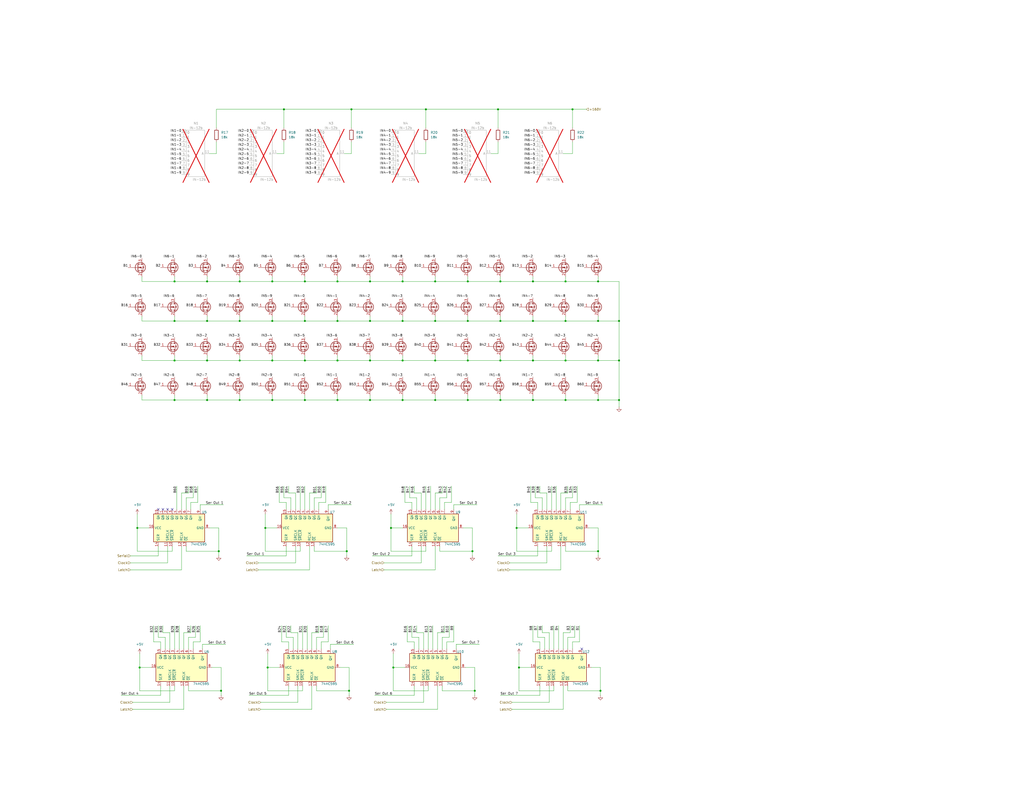
<source format=kicad_sch>
(kicad_sch (version 20250114) (generator "eeschema") (generator_version "9.0")
  (paper "C")
  (title_block (title "Nixie Tube Driver"))
  (junction (at 184.15 153.67))
  (junction (at 271.78 59.69))
  (junction (at 237.49 175.26))
  (junction (at 213.36 288.29))
  (junction (at 327.66 377.19))
  (junction (at 273.05 153.67))
  (junction (at 146.05 364.49))
  (junction (at 201.93 175.26))
  (junction (at 95.25 218.44))
  (junction (at 237.49 196.85))
  (junction (at 214.63 364.49))
  (junction (at 312.42 59.69))
  (junction (at 255.27 218.44))
  (junction (at 290.83 218.44))
  (junction (at 219.71 175.26))
  (junction (at 166.37 153.67))
  (junction (at 76.2 364.49))
  (junction (at 308.61 218.44))
  (junction (at 113.03 175.26))
  (junction (at 326.39 300.99))
  (junction (at 283.21 364.49))
  (junction (at 255.27 175.26))
  (junction (at 148.59 196.85))
  (junction (at 237.49 218.44))
  (junction (at 326.39 218.44))
  (junction (at 95.25 175.26))
  (junction (at 189.23 300.99))
  (junction (at 120.65 377.19))
  (junction (at 201.93 196.85))
  (junction (at 130.81 218.44))
  (junction (at 326.39 153.67))
  (junction (at 144.78 288.29))
  (junction (at 308.61 196.85))
  (junction (at 232.41 59.69))
  (junction (at 148.59 175.26))
  (junction (at 219.71 153.67))
  (junction (at 255.27 196.85))
  (junction (at 308.61 153.67))
  (junction (at 201.93 218.44))
  (junction (at 130.81 196.85))
  (junction (at 337.82 196.85))
  (junction (at 237.49 153.67))
  (junction (at 95.25 153.67))
  (junction (at 201.93 153.67))
  (junction (at 290.83 175.26))
  (junction (at 259.08 377.19))
  (junction (at 154.94 59.69))
  (junction (at 95.25 196.85))
  (junction (at 130.81 175.26))
  (junction (at 113.03 153.67))
  (junction (at 290.83 153.67))
  (junction (at 255.27 153.67))
  (junction (at 148.59 218.44))
  (junction (at 257.81 300.99))
  (junction (at 166.37 175.26))
  (junction (at 273.05 218.44))
  (junction (at 119.38 300.99))
  (junction (at 337.82 218.44))
  (junction (at 148.59 153.67))
  (junction (at 113.03 218.44))
  (junction (at 219.71 196.85))
  (junction (at 166.37 196.85))
  (junction (at 190.5 377.19))
  (junction (at 337.82 175.26))
  (junction (at 74.93 288.29))
  (junction (at 326.39 196.85))
  (junction (at 326.39 175.26))
  (junction (at 166.37 218.44))
  (junction (at 308.61 175.26))
  (junction (at 273.05 175.26))
  (junction (at 191.77 59.69))
  (junction (at 113.03 196.85))
  (junction (at 184.15 175.26))
  (junction (at 184.15 218.44))
  (junction (at 290.83 196.85))
  (junction (at 184.15 196.85))
  (junction (at 130.81 153.67))
  (junction (at 281.94 288.29))
  (junction (at 273.05 196.85))
  (junction (at 219.71 218.44))
  (no_connect (at 86.36 278.13))
  (no_connect (at 88.9 278.13))
  (no_connect (at 93.98 278.13))
  (no_connect (at 91.44 278.13))
  (no_connect (at 317.5 354.33))
  (wire (pts (xy 255.27 196.85) (xy 273.05 196.85)))
  (wire (pts (xy 312.42 350.52) (xy 316.23 350.52)))
  (wire (pts (xy 168.91 278.13) (xy 168.91 269.24)))
  (wire (pts (xy 308.61 172.72) (xy 308.61 175.26)))
  (wire (pts (xy 240.03 300.99) (xy 257.81 300.99)))
  (wire (pts (xy 130.81 172.72) (xy 130.81 175.26)))
  (wire (pts (xy 294.64 374.65) (xy 294.64 379.73)))
  (wire (pts (xy 307.34 354.33) (xy 307.34 345.44)))
  (wire (pts (xy 118.11 69.85) (xy 118.11 59.69)))
  (wire (pts (xy 326.39 194.31) (xy 326.39 196.85)))
  (wire (pts (xy 113.03 218.44) (xy 95.25 218.44)))
  (wire (pts (xy 231.14 374.65) (xy 231.14 383.54)))
  (wire (pts (xy 92.71 354.33) (xy 92.71 345.44)))
  (wire (pts (xy 308.61 153.67) (xy 326.39 153.67)))
  (wire (pts (xy 90.17 354.33) (xy 90.17 347.98)))
  (wire (pts (xy 113.03 172.72) (xy 113.03 175.26)))
  (wire (pts (xy 184.15 218.44) (xy 166.37 218.44)))
  (wire (pts (xy 167.64 354.33) (xy 167.64 341.63)))
  (wire (pts (xy 240.03 278.13) (xy 240.03 271.78)))
  (wire (pts (xy 160.02 354.33) (xy 160.02 347.98)))
  (wire (pts (xy 312.42 77.47) (xy 312.42 83.82)))
  (wire (pts (xy 237.49 151.13) (xy 237.49 153.67)))
  (wire (pts (xy 201.93 175.26) (xy 219.71 175.26)))
  (wire (pts (xy 294.64 354.33) (xy 294.64 350.52)))
  (wire (pts (xy 304.8 354.33) (xy 304.8 341.63)))
  (wire (pts (xy 248.92 351.79) (xy 261.62 351.79)))
  (wire (pts (xy 95.25 153.67) (xy 113.03 153.67)))
  (wire (pts (xy 92.71 374.65) (xy 92.71 383.54)))
  (wire (pts (xy 242.57 278.13) (xy 242.57 274.32)))
  (wire (pts (xy 271.78 69.85) (xy 271.78 59.69)))
  (wire (pts (xy 271.78 303.53) (xy 293.37 303.53)))
  (wire (pts (xy 283.21 364.49) (xy 283.21 377.19)))
  (wire (pts (xy 172.72 377.19) (xy 190.5 377.19)))
  (wire (pts (xy 146.05 377.19) (xy 165.1 377.19)))
  (wire (pts (xy 255.27 194.31) (xy 255.27 196.85)))
  (wire (pts (xy 184.15 218.44) (xy 201.93 218.44)))
  (wire (pts (xy 163.83 300.99) (xy 163.83 298.45)))
  (wire (pts (xy 327.66 364.49) (xy 327.66 377.19)))
  (wire (pts (xy 130.81 151.13) (xy 130.81 153.67)))
  (wire (pts (xy 227.33 271.78) (xy 223.52 271.78)))
  (wire (pts (xy 311.15 345.44) (xy 311.15 341.63)))
  (wire (pts (xy 302.26 377.19) (xy 302.26 374.65)))
  (wire (pts (xy 105.41 271.78) (xy 105.41 265.43)))
  (wire (pts (xy 326.39 172.72) (xy 326.39 175.26)))
  (wire (pts (xy 337.82 175.26) (xy 326.39 175.26)))
  (wire (pts (xy 144.78 288.29) (xy 151.13 288.29)))
  (wire (pts (xy 173.99 341.63) (xy 173.99 345.44)))
  (wire (pts (xy 179.07 275.59) (xy 191.77 275.59)))
  (wire (pts (xy 66.04 379.73) (xy 87.63 379.73)))
  (wire (pts (xy 233.68 354.33) (xy 233.68 341.63)))
  (wire (pts (xy 142.24 387.35) (xy 170.18 387.35)))
  (wire (pts (xy 95.25 377.19) (xy 95.25 374.65)))
  (wire (pts (xy 168.91 298.45) (xy 168.91 311.15)))
  (wire (pts (xy 102.87 347.98) (xy 106.68 347.98)))
  (wire (pts (xy 222.25 350.52) (xy 222.25 341.63)))
  (wire (pts (xy 283.21 356.87) (xy 283.21 364.49)))
  (wire (pts (xy 247.65 275.59) (xy 260.35 275.59)))
  (wire (pts (xy 148.59 196.85) (xy 130.81 196.85)))
  (wire (pts (xy 248.92 354.33) (xy 248.92 351.79)))
  (wire (pts (xy 77.47 172.72) (xy 77.47 175.26)))
  (wire (pts (xy 255.27 215.9) (xy 255.27 218.44)))
  (wire (pts (xy 237.49 175.26) (xy 255.27 175.26)))
  (wire (pts (xy 237.49 269.24) (xy 241.3 269.24)))
  (wire (pts (xy 237.49 215.9) (xy 237.49 218.44)))
  (wire (pts (xy 76.2 356.87) (xy 76.2 364.49)))
  (wire (pts (xy 293.37 278.13) (xy 293.37 274.32)))
  (wire (pts (xy 308.61 298.45) (xy 308.61 300.99)))
  (wire (pts (xy 203.2 303.53) (xy 224.79 303.53)))
  (wire (pts (xy 173.99 278.13) (xy 173.99 274.32)))
  (wire (pts (xy 86.36 347.98) (xy 86.36 341.63)))
  (wire (pts (xy 115.57 364.49) (xy 120.65 364.49)))
  (wire (pts (xy 219.71 218.44) (xy 237.49 218.44)))
  (wire (pts (xy 308.61 300.99) (xy 326.39 300.99)))
  (wire (pts (xy 278.13 307.34) (xy 298.45 307.34)))
  (wire (pts (xy 120.65 364.49) (xy 120.65 377.19)))
  (wire (pts (xy 273.05 151.13) (xy 273.05 153.67)))
  (wire (pts (xy 240.03 271.78) (xy 243.84 271.78)))
  (wire (pts (xy 179.07 350.52) (xy 179.07 341.63)))
  (wire (pts (xy 95.25 215.9) (xy 95.25 218.44)))
  (wire (pts (xy 241.3 269.24) (xy 241.3 265.43)))
  (wire (pts (xy 113.03 218.44) (xy 130.81 218.44)))
  (wire (pts (xy 210.82 387.35) (xy 238.76 387.35)))
  (wire (pts (xy 326.39 215.9) (xy 326.39 218.44)))
  (wire (pts (xy 171.45 300.99) (xy 189.23 300.99)))
  (wire (pts (xy 157.48 269.24) (xy 157.48 265.43)))
  (wire (pts (xy 311.15 278.13) (xy 311.15 274.32)))
  (wire (pts (xy 134.62 303.53) (xy 156.21 303.53)))
  (wire (pts (xy 293.37 274.32) (xy 289.56 274.32)))
  (wire (pts (xy 104.14 345.44) (xy 104.14 341.63)))
  (wire (pts (xy 224.79 298.45) (xy 224.79 303.53)))
  (wire (pts (xy 201.93 153.67) (xy 219.71 153.67)))
  (wire (pts (xy 97.79 354.33) (xy 97.79 341.63)))
  (wire (pts (xy 156.21 298.45) (xy 156.21 303.53)))
  (wire (pts (xy 99.06 298.45) (xy 99.06 311.15)))
  (wire (pts (xy 130.81 196.85) (xy 113.03 196.85)))
  (wire (pts (xy 170.18 345.44) (xy 173.99 345.44)))
  (wire (pts (xy 87.63 354.33) (xy 87.63 350.52)))
  (wire (pts (xy 238.76 354.33) (xy 238.76 345.44)))
  (wire (pts (xy 77.47 194.31) (xy 77.47 196.85)))
  (wire (pts (xy 306.07 278.13) (xy 306.07 269.24)))
  (wire (pts (xy 157.48 354.33) (xy 157.48 350.52)))
  (wire (pts (xy 87.63 350.52) (xy 83.82 350.52)))
  (wire (pts (xy 171.45 298.45) (xy 171.45 300.99)))
  (wire (pts (xy 273.05 218.44) (xy 255.27 218.44)))
  (wire (pts (xy 316.23 278.13) (xy 316.23 275.59)))
  (wire (pts (xy 90.17 347.98) (xy 86.36 347.98)))
  (wire (pts (xy 273.05 175.26) (xy 290.83 175.26)))
  (wire (pts (xy 226.06 354.33) (xy 226.06 350.52)))
  (wire (pts (xy 107.95 274.32) (xy 107.95 265.43)))
  (wire (pts (xy 154.94 69.85) (xy 154.94 59.69)))
  (wire (pts (xy 214.63 377.19) (xy 233.68 377.19)))
  (wire (pts (xy 321.31 288.29) (xy 326.39 288.29)))
  (wire (pts (xy 77.47 175.26) (xy 95.25 175.26)))
  (wire (pts (xy 77.47 151.13) (xy 77.47 153.67)))
  (wire (pts (xy 146.05 364.49) (xy 146.05 377.19)))
  (wire (pts (xy 290.83 194.31) (xy 290.83 196.85)))
  (wire (pts (xy 292.1 271.78) (xy 292.1 265.43)))
  (wire (pts (xy 152.4 274.32) (xy 152.4 265.43)))
  (wire (pts (xy 130.81 153.67) (xy 148.59 153.67)))
  (wire (pts (xy 326.39 218.44) (xy 308.61 218.44)))
  (wire (pts (xy 298.45 278.13) (xy 298.45 269.24)))
  (wire (pts (xy 102.87 377.19) (xy 120.65 377.19)))
  (wire (pts (xy 160.02 347.98) (xy 156.21 347.98)))
  (wire (pts (xy 100.33 345.44) (xy 104.14 345.44)))
  (wire (pts (xy 171.45 271.78) (xy 175.26 271.78)))
  (wire (pts (xy 326.39 196.85) (xy 337.82 196.85)))
  (wire (pts (xy 165.1 377.19) (xy 165.1 374.65)))
  (wire (pts (xy 219.71 175.26) (xy 237.49 175.26)))
  (wire (pts (xy 162.56 354.33) (xy 162.56 345.44)))
  (wire (pts (xy 246.38 274.32) (xy 246.38 265.43)))
  (wire (pts (xy 290.83 175.26) (xy 308.61 175.26)))
  (wire (pts (xy 306.07 298.45) (xy 306.07 311.15)))
  (wire (pts (xy 118.11 77.47) (xy 118.11 83.82)))
  (wire (pts (xy 185.42 364.49) (xy 190.5 364.49)))
  (wire (pts (xy 214.63 364.49) (xy 214.63 377.19)))
  (wire (pts (xy 166.37 215.9) (xy 166.37 218.44)))
  (wire (pts (xy 242.57 274.32) (xy 246.38 274.32)))
  (wire (pts (xy 283.21 364.49) (xy 289.56 364.49)))
  (wire (pts (xy 201.93 151.13) (xy 201.93 153.67)))
  (wire (pts (xy 241.3 374.65) (xy 241.3 377.19)))
  (wire (pts (xy 165.1 354.33) (xy 165.1 341.63)))
  (wire (pts (xy 337.82 196.85) (xy 337.82 218.44)))
  (wire (pts (xy 238.76 345.44) (xy 242.57 345.44)))
  (wire (pts (xy 312.42 271.78) (xy 312.42 265.43)))
  (wire (pts (xy 219.71 215.9) (xy 219.71 218.44)))
  (wire (pts (xy 166.37 172.72) (xy 166.37 175.26)))
  (wire (pts (xy 255.27 153.67) (xy 273.05 153.67)))
  (wire (pts (xy 101.6 300.99) (xy 119.38 300.99)))
  (wire (pts (xy 76.2 364.49) (xy 82.55 364.49)))
  (wire (pts (xy 224.79 347.98) (xy 224.79 341.63)))
  (wire (pts (xy 283.21 377.19) (xy 302.26 377.19)))
  (wire (pts (xy 295.91 278.13) (xy 295.91 271.78)))
  (wire (pts (xy 105.41 354.33) (xy 105.41 350.52)))
  (wire (pts (xy 271.78 77.47) (xy 271.78 83.82)))
  (wire (pts (xy 233.68 377.19) (xy 233.68 374.65)))
  (wire (pts (xy 99.06 269.24) (xy 102.87 269.24)))
  (wire (pts (xy 148.59 194.31) (xy 148.59 196.85)))
  (wire (pts (xy 326.39 218.44) (xy 337.82 218.44)))
  (wire (pts (xy 184.15 215.9) (xy 184.15 218.44)))
  (wire (pts (xy 100.33 374.65) (xy 100.33 387.35)))
  (wire (pts (xy 101.6 298.45) (xy 101.6 300.99)))
  (wire (pts (xy 295.91 345.44) (xy 295.91 341.63)))
  (wire (pts (xy 172.72 374.65) (xy 172.72 377.19)))
  (wire (pts (xy 166.37 151.13) (xy 166.37 153.67)))
  (wire (pts (xy 102.87 354.33) (xy 102.87 347.98)))
  (wire (pts (xy 293.37 298.45) (xy 293.37 303.53)))
  (wire (pts (xy 219.71 151.13) (xy 219.71 153.67)))
  (wire (pts (xy 163.83 278.13) (xy 163.83 265.43)))
  (wire (pts (xy 314.96 274.32) (xy 314.96 265.43)))
  (wire (pts (xy 273.05 379.73) (xy 294.64 379.73)))
  (wire (pts (xy 224.79 278.13) (xy 224.79 274.32)))
  (wire (pts (xy 297.18 347.98) (xy 293.37 347.98)))
  (wire (pts (xy 299.72 345.44) (xy 295.91 345.44)))
  (wire (pts (xy 243.84 271.78) (xy 243.84 265.43)))
  (wire (pts (xy 154.94 83.82) (xy 151.13 83.82)))
  (wire (pts (xy 170.18 354.33) (xy 170.18 345.44)))
  (wire (pts (xy 236.22 354.33) (xy 236.22 341.63)))
  (wire (pts (xy 226.06 350.52) (xy 222.25 350.52)))
  (wire (pts (xy 201.93 215.9) (xy 201.93 218.44)))
  (wire (pts (xy 201.93 194.31) (xy 201.93 196.85)))
  (wire (pts (xy 153.67 350.52) (xy 153.67 341.63)))
  (wire (pts (xy 148.59 215.9) (xy 148.59 218.44)))
  (wire (pts (xy 302.26 354.33) (xy 302.26 341.63)))
  (wire (pts (xy 290.83 215.9) (xy 290.83 218.44)))
  (wire (pts (xy 309.88 354.33) (xy 309.88 347.98)))
  (wire (pts (xy 322.58 364.49) (xy 327.66 364.49)))
  (wire (pts (xy 162.56 374.65) (xy 162.56 383.54)))
  (wire (pts (xy 166.37 278.13) (xy 166.37 265.43)))
  (wire (pts (xy 214.63 356.87) (xy 214.63 364.49)))
  (wire (pts (xy 77.47 196.85) (xy 95.25 196.85)))
  (wire (pts (xy 281.94 288.29) (xy 288.29 288.29)))
  (wire (pts (xy 255.27 151.13) (xy 255.27 153.67)))
  (wire (pts (xy 96.52 278.13) (xy 96.52 265.43)))
  (wire (pts (xy 309.88 377.19) (xy 327.66 377.19)))
  (wire (pts (xy 214.63 364.49) (xy 220.98 364.49)))
  (wire (pts (xy 191.77 83.82) (xy 187.96 83.82)))
  (wire (pts (xy 290.83 151.13) (xy 290.83 153.67)))
  (wire (pts (xy 309.88 269.24) (xy 309.88 265.43)))
  (wire (pts (xy 259.08 377.19) (xy 259.08 379.73)))
  (wire (pts (xy 190.5 364.49) (xy 190.5 377.19)))
  (wire (pts (xy 326.39 300.99) (xy 326.39 303.53)))
  (wire (pts (xy 156.21 347.98) (xy 156.21 341.63)))
  (wire (pts (xy 158.75 341.63) (xy 158.75 345.44)))
  (wire (pts (xy 229.87 269.24) (xy 226.06 269.24)))
  (wire (pts (xy 74.93 288.29) (xy 81.28 288.29)))
  (wire (pts (xy 306.07 269.24) (xy 309.88 269.24)))
  (wire (pts (xy 308.61 215.9) (xy 308.61 218.44)))
  (wire (pts (xy 184.15 172.72) (xy 184.15 175.26)))
  (wire (pts (xy 148.59 151.13) (xy 148.59 153.67)))
  (wire (pts (xy 106.68 347.98) (xy 106.68 341.63)))
  (wire (pts (xy 102.87 269.24) (xy 102.87 265.43)))
  (wire (pts (xy 255.27 172.72) (xy 255.27 175.26)))
  (wire (pts (xy 312.42 69.85) (xy 312.42 59.69)))
  (wire (pts (xy 295.91 271.78) (xy 292.1 271.78)))
  (wire (pts (xy 237.49 194.31) (xy 237.49 196.85)))
  (wire (pts (xy 229.87 298.45) (xy 229.87 307.34)))
  (wire (pts (xy 77.47 153.67) (xy 95.25 153.67)))
  (wire (pts (xy 337.82 153.67) (xy 326.39 153.67)))
  (wire (pts (xy 140.97 307.34) (xy 161.29 307.34)))
  (wire (pts (xy 312.42 354.33) (xy 312.42 350.52)))
  (wire (pts (xy 241.3 347.98) (xy 245.11 347.98)))
  (wire (pts (xy 118.11 59.69) (xy 154.94 59.69)))
  (wire (pts (xy 309.88 374.65) (xy 309.88 377.19)))
  (wire (pts (xy 271.78 59.69) (xy 312.42 59.69)))
  (wire (pts (xy 308.61 175.26) (xy 326.39 175.26)))
  (wire (pts (xy 308.61 218.44) (xy 290.83 218.44)))
  (wire (pts (xy 92.71 345.44) (xy 88.9 345.44)))
  (wire (pts (xy 312.42 83.82) (xy 307.34 83.82)))
  (wire (pts (xy 308.61 271.78) (xy 312.42 271.78)))
  (wire (pts (xy 95.25 194.31) (xy 95.25 196.85)))
  (wire (pts (xy 237.49 278.13) (xy 237.49 269.24)))
  (wire (pts (xy 175.26 354.33) (xy 175.26 350.52)))
  (wire (pts (xy 172.72 269.24) (xy 172.72 265.43)))
  (wire (pts (xy 104.14 278.13) (xy 104.14 274.32)))
  (wire (pts (xy 281.94 280.67) (xy 281.94 288.29)))
  (wire (pts (xy 76.2 364.49) (xy 76.2 377.19)))
  (wire (pts (xy 254 364.49) (xy 259.08 364.49)))
  (wire (pts (xy 238.76 374.65) (xy 238.76 387.35)))
  (wire (pts (xy 109.22 275.59) (xy 121.92 275.59)))
  (wire (pts (xy 74.93 280.67) (xy 74.93 288.29)))
  (wire (pts (xy 148.59 175.26) (xy 166.37 175.26)))
  (wire (pts (xy 209.55 307.34) (xy 229.87 307.34)))
  (wire (pts (xy 237.49 153.67) (xy 255.27 153.67)))
  (wire (pts (xy 247.65 350.52) (xy 247.65 341.63)))
  (wire (pts (xy 255.27 175.26) (xy 273.05 175.26)))
  (wire (pts (xy 224.79 274.32) (xy 220.98 274.32)))
  (wire (pts (xy 180.34 354.33) (xy 180.34 351.79)))
  (wire (pts (xy 242.57 341.63) (xy 242.57 345.44)))
  (wire (pts (xy 237.49 172.72) (xy 237.49 175.26)))
  (wire (pts (xy 234.95 278.13) (xy 234.95 265.43)))
  (wire (pts (xy 144.78 288.29) (xy 144.78 300.99)))
  (wire (pts (xy 232.41 278.13) (xy 232.41 265.43)))
  (wire (pts (xy 166.37 175.26) (xy 184.15 175.26)))
  (wire (pts (xy 300.99 300.99) (xy 300.99 298.45)))
  (wire (pts (xy 95.25 172.72) (xy 95.25 175.26)))
  (wire (pts (xy 148.59 153.67) (xy 166.37 153.67)))
  (wire (pts (xy 101.6 271.78) (xy 105.41 271.78)))
  (wire (pts (xy 259.08 364.49) (xy 259.08 377.19)))
  (wire (pts (xy 177.8 274.32) (xy 177.8 265.43)))
  (wire (pts (xy 130.81 175.26) (xy 148.59 175.26)))
  (wire (pts (xy 294.64 350.52) (xy 290.83 350.52)))
  (wire (pts (xy 210.82 383.54) (xy 231.14 383.54)))
  (wire (pts (xy 180.34 351.79) (xy 193.04 351.79)))
  (wire (pts (xy 184.15 194.31) (xy 184.15 196.85)))
  (wire (pts (xy 201.93 218.44) (xy 219.71 218.44)))
  (wire (pts (xy 209.55 311.15) (xy 237.49 311.15)))
  (wire (pts (xy 290.83 196.85) (xy 273.05 196.85)))
  (wire (pts (xy 255.27 218.44) (xy 237.49 218.44)))
  (wire (pts (xy 130.81 215.9) (xy 130.81 218.44)))
  (wire (pts (xy 175.26 350.52) (xy 179.07 350.52)))
  (wire (pts (xy 232.41 59.69) (xy 271.78 59.69)))
  (wire (pts (xy 326.39 196.85) (xy 308.61 196.85)))
  (wire (pts (xy 219.71 153.67) (xy 237.49 153.67)))
  (wire (pts (xy 267.97 83.82) (xy 271.78 83.82)))
  (wire (pts (xy 191.77 59.69) (xy 232.41 59.69)))
  (wire (pts (xy 142.24 383.54) (xy 162.56 383.54)))
  (wire (pts (xy 172.72 354.33) (xy 172.72 347.98)))
  (wire (pts (xy 307.34 374.65) (xy 307.34 387.35)))
  (wire (pts (xy 313.69 347.98) (xy 313.69 341.63)))
  (wire (pts (xy 166.37 153.67) (xy 184.15 153.67)))
  (wire (pts (xy 166.37 196.85) (xy 184.15 196.85)))
  (wire (pts (xy 135.89 379.73) (xy 157.48 379.73)))
  (wire (pts (xy 102.87 374.65) (xy 102.87 377.19)))
  (wire (pts (xy 154.94 271.78) (xy 154.94 265.43)))
  (wire (pts (xy 219.71 172.72) (xy 219.71 175.26)))
  (wire (pts (xy 148.59 172.72) (xy 148.59 175.26)))
  (wire (pts (xy 281.94 300.99) (xy 300.99 300.99)))
  (wire (pts (xy 172.72 347.98) (xy 176.53 347.98)))
  (wire (pts (xy 243.84 350.52) (xy 247.65 350.52)))
  (wire (pts (xy 166.37 194.31) (xy 166.37 196.85)))
  (wire (pts (xy 184.15 151.13) (xy 184.15 153.67)))
  (wire (pts (xy 279.4 387.35) (xy 307.34 387.35)))
  (wire (pts (xy 95.25 218.44) (xy 77.47 218.44)))
  (wire (pts (xy 327.66 377.19) (xy 327.66 379.73)))
  (wire (pts (xy 227.33 278.13) (xy 227.33 271.78)))
  (wire (pts (xy 293.37 347.98) (xy 293.37 341.63)))
  (wire (pts (xy 189.23 288.29) (xy 189.23 300.99)))
  (wire (pts (xy 74.93 288.29) (xy 74.93 300.99)))
  (wire (pts (xy 237.49 196.85) (xy 219.71 196.85)))
  (wire (pts (xy 243.84 354.33) (xy 243.84 350.52)))
  (wire (pts (xy 273.05 172.72) (xy 273.05 175.26)))
  (wire (pts (xy 146.05 356.87) (xy 146.05 364.49)))
  (wire (pts (xy 308.61 194.31) (xy 308.61 196.85)))
  (wire (pts (xy 213.36 288.29) (xy 213.36 300.99)))
  (wire (pts (xy 232.41 77.47) (xy 232.41 83.82)))
  (wire (pts (xy 104.14 274.32) (xy 107.95 274.32)))
  (wire (pts (xy 326.39 151.13) (xy 326.39 153.67)))
  (wire (pts (xy 219.71 196.85) (xy 201.93 196.85)))
  (wire (pts (xy 86.36 298.45) (xy 86.36 303.53)))
  (wire (pts (xy 113.03 151.13) (xy 113.03 153.67)))
  (wire (pts (xy 146.05 364.49) (xy 152.4 364.49)))
  (wire (pts (xy 290.83 218.44) (xy 273.05 218.44)))
  (wire (pts (xy 161.29 278.13) (xy 161.29 269.24)))
  (wire (pts (xy 109.22 350.52) (xy 109.22 341.63)))
  (wire (pts (xy 71.12 307.34) (xy 91.44 307.34)))
  (wire (pts (xy 308.61 278.13) (xy 308.61 271.78)))
  (wire (pts (xy 299.72 374.65) (xy 299.72 383.54)))
  (wire (pts (xy 113.03 153.67) (xy 130.81 153.67)))
  (wire (pts (xy 231.14 354.33) (xy 231.14 345.44)))
  (wire (pts (xy 95.25 196.85) (xy 113.03 196.85)))
  (wire (pts (xy 110.49 351.79) (xy 123.19 351.79)))
  (wire (pts (xy 294.64 269.24) (xy 294.64 265.43)))
  (wire (pts (xy 308.61 196.85) (xy 290.83 196.85)))
  (wire (pts (xy 154.94 77.47) (xy 154.94 83.82)))
  (wire (pts (xy 290.83 153.67) (xy 308.61 153.67)))
  (wire (pts (xy 226.06 269.24) (xy 226.06 265.43)))
  (wire (pts (xy 257.81 288.29) (xy 257.81 300.99)))
  (wire (pts (xy 300.99 278.13) (xy 300.99 265.43)))
  (wire (pts (xy 100.33 354.33) (xy 100.33 345.44)))
  (wire (pts (xy 88.9 345.44) (xy 88.9 341.63)))
  (wire (pts (xy 161.29 269.24) (xy 157.48 269.24)))
  (wire (pts (xy 316.23 350.52) (xy 316.23 341.63)))
  (wire (pts (xy 162.56 345.44) (xy 158.75 345.44)))
  (wire (pts (xy 226.06 374.65) (xy 226.06 379.73)))
  (wire (pts (xy 219.71 194.31) (xy 219.71 196.85)))
  (wire (pts (xy 158.75 278.13) (xy 158.75 271.78)))
  (wire (pts (xy 95.25 354.33) (xy 95.25 341.63)))
  (wire (pts (xy 157.48 374.65) (xy 157.48 379.73)))
  (wire (pts (xy 213.36 288.29) (xy 219.71 288.29)))
  (wire (pts (xy 191.77 77.47) (xy 191.77 83.82)))
  (wire (pts (xy 241.3 354.33) (xy 241.3 347.98)))
  (wire (pts (xy 87.63 374.65) (xy 87.63 379.73)))
  (wire (pts (xy 227.33 341.63) (xy 227.33 345.44)))
  (wire (pts (xy 245.11 347.98) (xy 245.11 341.63)))
  (wire (pts (xy 158.75 271.78) (xy 154.94 271.78)))
  (wire (pts (xy 337.82 196.85) (xy 337.82 175.26)))
  (wire (pts (xy 309.88 347.98) (xy 313.69 347.98)))
  (wire (pts (xy 144.78 280.67) (xy 144.78 288.29)))
  (wire (pts (xy 273.05 194.31) (xy 273.05 196.85)))
  (wire (pts (xy 175.26 271.78) (xy 175.26 265.43)))
  (wire (pts (xy 279.4 383.54) (xy 299.72 383.54)))
  (wire (pts (xy 241.3 377.19) (xy 259.08 377.19)))
  (wire (pts (xy 273.05 153.67) (xy 290.83 153.67)))
  (wire (pts (xy 83.82 350.52) (xy 83.82 341.63)))
  (wire (pts (xy 213.36 280.67) (xy 213.36 288.29)))
  (wire (pts (xy 72.39 387.35) (xy 100.33 387.35)))
  (wire (pts (xy 176.53 347.98) (xy 176.53 341.63)))
  (wire (pts (xy 76.2 377.19) (xy 95.25 377.19)))
  (wire (pts (xy 307.34 345.44) (xy 311.15 345.44)))
  (wire (pts (xy 105.41 350.52) (xy 109.22 350.52)))
  (wire (pts (xy 298.45 298.45) (xy 298.45 307.34)))
  (wire (pts (xy 93.98 300.99) (xy 93.98 298.45)))
  (wire (pts (xy 223.52 271.78) (xy 223.52 265.43)))
  (wire (pts (xy 156.21 274.32) (xy 152.4 274.32)))
  (wire (pts (xy 273.05 215.9) (xy 273.05 218.44)))
  (wire (pts (xy 311.15 274.32) (xy 314.96 274.32)))
  (wire (pts (xy 72.39 383.54) (xy 92.71 383.54)))
  (wire (pts (xy 316.23 275.59) (xy 328.93 275.59)))
  (wire (pts (xy 299.72 354.33) (xy 299.72 345.44)))
  (wire (pts (xy 298.45 269.24) (xy 294.64 269.24)))
  (wire (pts (xy 91.44 298.45) (xy 91.44 307.34)))
  (wire (pts (xy 173.99 274.32) (xy 177.8 274.32)))
  (wire (pts (xy 171.45 278.13) (xy 171.45 271.78)))
  (wire (pts (xy 148.59 218.44) (xy 166.37 218.44)))
  (wire (pts (xy 95.25 175.26) (xy 113.03 175.26)))
  (wire (pts (xy 232.41 69.85) (xy 232.41 59.69)))
  (wire (pts (xy 113.03 194.31) (xy 113.03 196.85)))
  (wire (pts (xy 154.94 59.69) (xy 191.77 59.69)))
  (wire (pts (xy 184.15 153.67) (xy 201.93 153.67)))
  (wire (pts (xy 170.18 374.65) (xy 170.18 387.35)))
  (wire (pts (xy 110.49 354.33) (xy 110.49 351.79)))
  (wire (pts (xy 144.78 300.99) (xy 163.83 300.99)))
  (wire (pts (xy 229.87 278.13) (xy 229.87 269.24)))
  (wire (pts (xy 337.82 218.44) (xy 337.82 222.25)))
  (wire (pts (xy 74.93 300.99) (xy 93.98 300.99)))
  (wire (pts (xy 168.91 269.24) (xy 172.72 269.24)))
  (wire (pts (xy 278.13 311.15) (xy 306.07 311.15)))
  (wire (pts (xy 237.49 196.85) (xy 255.27 196.85)))
  (wire (pts (xy 140.97 311.15) (xy 168.91 311.15)))
  (wire (pts (xy 252.73 288.29) (xy 257.81 288.29)))
  (wire (pts (xy 71.12 311.15) (xy 99.06 311.15)))
  (wire (pts (xy 77.47 215.9) (xy 77.47 218.44)))
  (wire (pts (xy 118.11 83.82) (xy 114.3 83.82)))
  (wire (pts (xy 232.41 83.82) (xy 228.6 83.82)))
  (wire (pts (xy 119.38 300.99) (xy 119.38 303.53)))
  (wire (pts (xy 157.48 350.52) (xy 153.67 350.52)))
  (wire (pts (xy 289.56 274.32) (xy 289.56 265.43)))
  (wire (pts (xy 281.94 288.29) (xy 281.94 300.99)))
  (wire (pts (xy 201.93 172.72) (xy 201.93 175.26)))
  (wire (pts (xy 312.42 59.69) (xy 320.04 59.69)))
  (wire (pts (xy 257.81 300.99) (xy 257.81 303.53)))
  (wire (pts (xy 114.3 288.29) (xy 119.38 288.29)))
  (wire (pts (xy 308.61 151.13) (xy 308.61 153.67)))
  (wire (pts (xy 297.18 354.33) (xy 297.18 347.98)))
  (wire (pts (xy 290.83 172.72) (xy 290.83 175.26)))
  (wire (pts (xy 190.5 377.19) (xy 190.5 379.73)))
  (wire (pts (xy 184.15 175.26) (xy 201.93 175.26)))
  (wire (pts (xy 130.81 218.44) (xy 148.59 218.44)))
  (wire (pts (xy 101.6 278.13) (xy 101.6 271.78)))
  (wire (pts (xy 228.6 354.33) (xy 228.6 347.98)))
  (wire (pts (xy 232.41 300.99) (xy 232.41 298.45)))
  (wire (pts (xy 71.12 303.53) (xy 86.36 303.53)))
  (wire (pts (xy 228.6 347.98) (xy 224.79 347.98)))
  (wire (pts (xy 204.47 379.73) (xy 226.06 379.73)))
  (wire (pts (xy 113.03 175.26) (xy 130.81 175.26)))
  (wire (pts (xy 95.25 151.13) (xy 95.25 153.67)))
  (wire (pts (xy 237.49 298.45) (xy 237.49 311.15)))
  (wire (pts (xy 130.81 194.31) (xy 130.81 196.85)))
  (wire (pts (xy 156.21 278.13) (xy 156.21 274.32)))
  (wire (pts (xy 148.59 196.85) (xy 166.37 196.85)))
  (wire (pts (xy 113.03 215.9) (xy 113.03 218.44)))
  (wire (pts (xy 184.15 288.29) (xy 189.23 288.29)))
  (wire (pts (xy 179.07 278.13) (xy 179.07 275.59)))
  (wire (pts (xy 119.38 288.29) (xy 119.38 300.99)))
  (wire (pts (xy 109.22 278.13) (xy 109.22 275.59)))
  (wire (pts (xy 303.53 278.13) (xy 303.53 265.43)))
  (wire (pts (xy 240.03 298.45) (xy 240.03 300.99)))
  (wire (pts (xy 201.93 196.85) (xy 184.15 196.85)))
  (wire (pts (xy 161.29 298.45) (xy 161.29 307.34)))
  (wire (pts (xy 213.36 300.99) (xy 232.41 300.99)))
  (wire (pts (xy 290.83 350.52) (xy 290.83 341.63)))
  (wire (pts (xy 191.77 69.85) (xy 191.77 59.69)))
  (wire (pts (xy 326.39 288.29) (xy 326.39 300.99)))
  (wire (pts (xy 337.82 175.26) (xy 337.82 153.67)))
  (wire (pts (xy 99.06 278.13) (xy 99.06 269.24)))
  (wire (pts (xy 189.23 300.99) (xy 189.23 303.53)))
  (wire (pts (xy 120.65 377.19) (xy 120.65 379.73)))
  (wire (pts (xy 247.65 278.13) (xy 247.65 275.59)))
  (wire (pts (xy 220.98 274.32) (xy 220.98 265.43)))
  (wire (pts (xy 231.14 345.44) (xy 227.33 345.44)))
  (label "B34" (at 312.42 265.43 270))
  (label "B46" (at 69.85 210.82 180))
  (label "IN3-6" (at 184.15 184.15 180))
  (label "IN4-0" (at 166.37 162.56 180))
  (label "IN3-1" (at 95.25 184.15 180))
  (label "B9" (at 212.09 146.05 180))
  (label "Ser Out 5" (at 123.19 351.79 180))
  (label "B55" (at 154.94 265.43 270))
  (label "B7" (at 176.53 146.05 180))
  (label "IN1-6" (at 273.05 205.74 180))
  (label "Ser Out 2" (at 203.2 303.53 0))
  (label "B39" (at 212.09 189.23 180))
  (label "B43" (at 241.3 265.43 270))
  (label "B40" (at 289.56 265.43 270))
  (label "B15" (at 318.77 146.05 180))
  (label "IN1-8" (at 308.61 205.74 180))
  (label "B22" (at 176.53 167.64 180))
  (label "B12" (at 236.22 341.63 270))
  (label "IN1-3" (at 219.71 205.74 180))
  (label "IN4-6" (at 213.36 87.63 180))
  (label "B33" (at 314.96 265.43 270))
  (label "IN6-6" (at 292.1 87.63 180))
  (label "B5" (at 140.97 146.05 180))
  (label "B53" (at 163.83 265.43 270))
  (label "B21" (at 165.1 341.63 270))
  (label "IN5-4" (at 326.39 140.97 180))
  (label "IN5-0" (at 252.73 72.39 180))
  (label "B30" (at 88.9 341.63 270))
  (label "IN2-3" (at 308.61 184.15 180))
  (label "IN3-0" (at 172.72 72.39 180))
  (label "B19" (at 123.19 167.64 180))
  (label "IN4-5" (at 213.36 85.09 180))
  (label "IN1-6" (at 99.06 87.63 180))
  (label "B32" (at 87.63 189.23 180))
  (label "Ser Out 2" (at 191.77 275.59 180))
  (label "B60" (at 96.52 265.43 270))
  (label "B44" (at 300.99 189.23 180))
  (label "B53" (at 194.31 210.82 180))
  (label "B54" (at 212.09 210.82 180))
  (label "IN6-8" (at 219.71 140.97 180))
  (label "B35" (at 140.97 189.23 180))
  (label "IN1-1" (at 99.06 74.93 180))
  (label "B57" (at 265.43 210.82 180))
  (label "B27" (at 265.43 167.64 180))
  (label "B57" (at 107.95 265.43 270))
  (label "B5" (at 302.26 341.63 270))
  (label "B14" (at 300.99 146.05 180))
  (label "B11" (at 242.57 341.63 270))
  (label "B42" (at 243.84 265.43 270))
  (label "IN2-5" (at 135.89 85.09 180))
  (label "B40" (at 229.87 189.23 180))
  (label "IN4-7" (at 213.36 90.17 180))
  (label "IN2-5" (at 77.47 205.74 180))
  (label "Ser Out 1" (at 134.62 303.53 0))
  (label "IN4-9" (at 213.36 95.25 180))
  (label "IN1-1" (at 184.15 205.74 180))
  (label "IN3-2" (at 172.72 77.47 180))
  (label "IN5-9" (at 148.59 162.56 180))
  (label "IN5-1" (at 273.05 140.97 180))
  (label "IN3-3" (at 130.81 184.15 180))
  (label "IN5-2" (at 252.73 77.47 180))
  (label "B25" (at 109.22 341.63 270))
  (label "IN4-5" (at 255.27 162.56 180))
  (label "B12" (at 265.43 146.05 180))
  (label "IN6-1" (at 95.25 140.97 180))
  (label "B3" (at 105.41 146.05 180))
  (label "IN3-3" (at 172.72 80.01 180))
  (label "IN5-4" (at 252.73 82.55 180))
  (label "B4" (at 304.8 341.63 270))
  (label "IN1-7" (at 290.83 205.74 180))
  (label "B55" (at 229.87 210.82 180))
  (label "IN5-5" (at 77.47 162.56 180))
  (label "B48" (at 220.98 265.43 270))
  (label "IN6-9" (at 292.1 95.25 180))
  (label "B60" (at 318.77 210.82 180))
  (label "B8" (at 290.83 341.63 270))
  (label "IN5-7" (at 113.03 162.56 180))
  (label "B50" (at 175.26 265.43 270))
  (label "IN2-0" (at 135.89 72.39 180))
  (label "B1" (at 69.85 146.05 180))
  (label "B46" (at 226.06 265.43 270))
  (label "IN3-4" (at 148.59 184.15 180))
  (label "IN6-1" (at 292.1 74.93 180))
  (label "B13" (at 233.68 341.63 270))
  (label "Ser Out 4" (at 328.93 275.59 180))
  (label "IN4-3" (at 213.36 80.01 180))
  (label "IN6-5" (at 166.37 140.97 180))
  (label "IN1-9" (at 326.39 205.74 180))
  (label "IN6-3" (at 130.81 140.97 180))
  (label "B9" (at 247.65 341.63 270))
  (label "IN3-7" (at 201.93 184.15 180))
  (label "IN1-5" (at 99.06 85.09 180))
  (label "Ser Out 5" (at 135.89 379.73 0))
  (label "B38" (at 194.31 189.23 180))
  (label "Ser Out 1" (at 121.92 275.59 180))
  (label "B33" (at 105.41 189.23 180))
  (label "B20" (at 167.64 341.63 270))
  (label "IN2-8" (at 130.81 205.74 180))
  (label "IN2-2" (at 135.89 77.47 180))
  (label "B7" (at 293.37 341.63 270))
  (label "B10" (at 245.11 341.63 270))
  (label "IN5-2" (at 290.83 140.97 180))
  (label "B31" (at 86.36 341.63 270))
  (label "B16" (at 222.25 341.63 270))
  (label "IN4-7" (at 290.83 162.56 180))
  (label "IN4-3" (at 219.71 162.56 180))
  (label "IN5-5" (at 252.73 85.09 180))
  (label "IN6-0" (at 292.1 72.39 180))
  (label "B37" (at 300.99 265.43 270))
  (label "IN2-1" (at 135.89 74.93 180))
  (label "IN4-8" (at 213.36 92.71 180))
  (label "B52" (at 176.53 210.82 180))
  (label "IN5-9" (at 252.73 95.25 180))
  (label "Ser Out 4" (at 66.04 379.73 0))
  (label "IN2-7" (at 113.03 205.74 180))
  (label "B54" (at 157.48 265.43 270))
  (label "B19" (at 173.99 341.63 270))
  (label "B36" (at 158.75 189.23 180))
  (label "IN5-0" (at 255.27 140.97 180))
  (label "IN5-6" (at 95.25 162.56 180))
  (label "IN1-8" (at 99.06 92.71 180))
  (label "B49" (at 177.8 265.43 270))
  (label "B32" (at 83.82 341.63 270))
  (label "B21" (at 158.75 167.64 180))
  (label "IN2-0" (at 255.27 184.15 180))
  (label "IN4-1" (at 213.36 74.93 180))
  (label "B28" (at 283.21 167.64 180))
  (label "IN6-2" (at 113.03 140.97 180))
  (label "IN2-8" (at 135.89 92.71 180))
  (label "Ser Out 6" (at 193.04 351.79 180))
  (label "IN1-4" (at 237.49 205.74 180))
  (label "B29" (at 300.99 167.64 180))
  (label "IN6-0" (at 77.47 140.97 180))
  (label "IN3-5" (at 166.37 184.15 180))
  (label "B18" (at 105.41 167.64 180))
  (label "IN5-6" (at 252.73 87.63 180))
  (label "IN1-7" (at 99.06 90.17 180))
  (label "B42" (at 265.43 189.23 180))
  (label "IN3-9" (at 237.49 184.15 180))
  (label "IN2-6" (at 95.25 205.74 180))
  (label "B2" (at 313.69 341.63 270))
  (label "B34" (at 123.19 189.23 180))
  (label "B45" (at 232.41 265.43 270))
  (label "IN2-2" (at 290.83 184.15 180))
  (label "B37" (at 176.53 189.23 180))
  (label "B41" (at 247.65 189.23 180))
  (label "Ser Out 3" (at 260.35 275.59 180))
  (label "B47" (at 223.52 265.43 270))
  (label "IN1-2" (at 99.06 77.47 180))
  (label "IN6-4" (at 148.59 140.97 180))
  (label "IN3-7" (at 172.72 90.17 180))
  (label "IN4-2" (at 213.36 77.47 180))
  (label "IN1-0" (at 99.06 72.39 180))
  (label "B51" (at 158.75 210.82 180))
  (label "B27" (at 104.14 341.63 270))
  (label "IN4-8" (at 308.61 162.56 180))
  (label "B58" (at 283.21 210.82 180))
  (label "B24" (at 212.09 167.64 180))
  (label "B41" (at 246.38 265.43 270))
  (label "Ser Out 7" (at 273.05 379.73 0))
  (label "IN6-7" (at 292.1 90.17 180))
  (label "B6" (at 158.75 146.05 180))
  (label "IN1-5" (at 255.27 205.74 180))
  (label "IN3-5" (at 172.72 85.09 180))
  (label "IN2-7" (at 135.89 90.17 180))
  (label "B29" (at 95.25 341.63 270))
  (label "B44" (at 234.95 265.43 270))
  (label "B17" (at 87.63 167.64 180))
  (label "IN2-9" (at 148.59 205.74 180))
  (label "B49" (at 123.19 210.82 180))
  (label "B50" (at 140.97 210.82 180))
  (label "B52" (at 166.37 265.43 270))
  (label "B8" (at 194.31 146.05 180))
  (label "IN4-1" (at 184.15 162.56 180))
  (label "B20" (at 140.97 167.64 180))
  (label "Ser Out 6" (at 204.47 379.73 0))
  (label "B56" (at 247.65 210.82 180))
  (label "B45" (at 318.77 189.23 180))
  (label "IN3-4" (at 172.72 82.55 180))
  (label "IN1-4" (at 99.06 82.55 180))
  (label "B11" (at 247.65 146.05 180))
  (label "Ser Out 3" (at 271.78 303.53 0))
  (label "IN5-1" (at 252.73 74.93 180))
  (label "IN6-8" (at 292.1 92.71 180))
  (label "IN6-5" (at 292.1 85.09 180))
  (label "B31" (at 69.85 189.23 180))
  (label "IN6-6" (at 184.15 140.97 180))
  (label "IN6-3" (at 292.1 80.01 180))
  (label "IN3-9" (at 172.72 95.25 180))
  (label "IN2-4" (at 326.39 184.15 180))
  (label "IN1-2" (at 201.93 205.74 180))
  (label "B48" (at 105.41 210.82 180))
  (label "Ser Out 7" (at 261.62 351.79 180))
  (label "IN3-8" (at 172.72 92.71 180))
  (label "IN5-3" (at 308.61 140.97 180))
  (label "IN2-6" (at 135.89 87.63 180))
  (label "B43" (at 283.21 189.23 180))
  (label "B36" (at 303.53 265.43 270))
  (label "B4" (at 123.19 146.05 180))
  (label "IN2-4" (at 135.89 82.55 180))
  (label "B14" (at 227.33 341.63 270))
  (label "B2" (at 87.63 146.05 180))
  (label "IN3-0" (at 77.47 184.15 180))
  (label "IN4-6" (at 273.05 162.56 180))
  (label "B47" (at 87.63 210.82 180))
  (label "B30" (at 318.77 167.64 180))
  (label "B1" (at 316.23 341.63 270))
  (label "IN3-6" (at 172.72 87.63 180))
  (label "IN3-8" (at 219.71 184.15 180))
  (label "B39" (at 292.1 265.43 270))
  (label "B23" (at 194.31 167.64 180))
  (label "B17" (at 179.07 341.63 270))
  (label "B51" (at 172.72 265.43 270))
  (label "IN4-2" (at 201.93 162.56 180))
  (label "IN5-8" (at 130.81 162.56 180))
  (label "B15" (at 224.79 341.63 270))
  (label "IN5-3" (at 252.73 80.01 180))
  (label "IN2-1" (at 273.05 184.15 180))
  (label "B56" (at 152.4 265.43 270))
  (label "IN4-9" (at 326.39 162.56 180))
  (label "B3" (at 311.15 341.63 270))
  (label "IN4-4" (at 213.36 82.55 180))
  (label "B6" (at 295.91 341.63 270))
  (label "B16" (at 69.85 167.64 180))
  (label "IN3-2" (at 113.03 184.15 180))
  (label "IN5-7" (at 252.73 90.17 180))
  (label "B18" (at 176.53 341.63 270))
  (label "B38" (at 294.64 265.43 270))
  (label "B25" (at 229.87 167.64 180))
  (label "IN2-9" (at 135.89 95.25 180))
  (label "IN1-0" (at 166.37 205.74 180))
  (label "B59" (at 102.87 265.43 270))
  (label "B59" (at 300.99 210.82 180))
  (label "IN3-1" (at 172.72 74.93 180))
  (label "IN6-2" (at 292.1 77.47 180))
  (label "IN2-3" (at 135.89 80.01 180))
  (label "IN1-9" (at 99.06 95.25 180))
  (label "IN4-4" (at 237.49 162.56 180))
  (label "B23" (at 156.21 341.63 270))
  (label "IN4-0" (at 213.36 72.39 180))
  (label "B26" (at 247.65 167.64 180))
  (label "IN1-3" (at 99.06 80.01 180))
  (label "IN6-9" (at 237.49 140.97 180))
  (label "B13" (at 283.21 146.05 180))
  (label "IN6-7" (at 201.93 140.97 180))
  (label "B10" (at 229.87 146.05 180))
  (label "IN6-4" (at 292.1 82.55 180))
  (label "B58" (at 105.41 265.43 270))
  (label "B28" (at 97.79 341.63 270))
  (label "B35" (at 309.88 265.43 270))
  (label "IN5-8" (at 252.73 92.71 180))
  (label "B22" (at 158.75 341.63 270))
  (label "B24" (at 153.67 341.63 270))
  (label "B26" (at 106.68 341.63 270))
  (hierarchical_label "Latch" (shape input) (at 140.97 311.15 180))
  (hierarchical_label "Latch" (shape input) (at 142.24 387.35 180))
  (hierarchical_label "Serial" (shape input) (at 71.12 303.53 180))
  (hierarchical_label "Clock" (shape input) (at 209.55 307.34 180))
  (hierarchical_label "Clock" (shape input) (at 210.82 383.54 180))
  (hierarchical_label "Latch" (shape input) (at 210.82 387.35 180))
  (hierarchical_label "Clock" (shape input) (at 279.4 383.54 180))
  (hierarchical_label "Latch" (shape input) (at 209.55 311.15 180))
  (hierarchical_label "Latch" (shape input) (at 72.39 387.35 180))
  (hierarchical_label "Clock" (shape input) (at 142.24 383.54 180))
  (hierarchical_label "Latch" (shape input) (at 278.13 311.15 180))
  (hierarchical_label "Clock" (shape input) (at 71.12 307.34 180))
  (hierarchical_label "Latch" (shape input) (at 71.12 311.15 180))
  (hierarchical_label "+160V" (shape input) (at 320.04 59.69 0))
  (hierarchical_label "Latch" (shape input) (at 279.4 387.35 180))
  (hierarchical_label "Clock" (shape input) (at 278.13 307.34 180))
  (hierarchical_label "Clock" (shape input) (at 72.39 383.54 180))
  (hierarchical_label "Clock" (shape input) (at 140.97 307.34 180))
  (symbol (lib_id "Transistor_FET:BSS127S") (at 234.95 210.82 0) (unit 1)
    (property "Reference" "Q42" (effects (hide yes)))
    (property "Value" "BSS127S" (effects (hide yes)))
    (property "Footprint" "Package_TO_SOT_SMD:SOT-23" (effects (hide yes)))
    (property "Datasheet" "http://www.diodes.com/assets/Datasheets/BSS127.pdf" (effects (hide yes)))
    (property "Description" "0.07A Id, 600V Vds, N-Channel MOSFET, SOT-23" (effects (hide yes)))
    (property "MFR_Part#" "BSS127S-7" (effects (hide yes)))
    (property "LCSC_Part#" "C154890" (effects (hide yes)))
  )
  (symbol (lib_id "Transistor_FET:BSS127S") (at 163.83 210.82 0) (unit 1)
    (property "Reference" "Q26" (effects (hide yes)))
    (property "Value" "BSS127S" (effects (hide yes)))
    (property "Footprint" "Package_TO_SOT_SMD:SOT-23" (effects (hide yes)))
    (property "Datasheet" "http://www.diodes.com/assets/Datasheets/BSS127.pdf" (effects (hide yes)))
    (property "Description" "0.07A Id, 600V Vds, N-Channel MOSFET, SOT-23" (effects (hide yes)))
    (property "MFR_Part#" "BSS127S-7" (effects (hide yes)))
    (property "LCSC_Part#" "C154890" (effects (hide yes)))
  )
  (symbol (lib_id "Transistor_FET:BSS127S") (at 199.39 167.64 0) (unit 1)
    (property "Reference" "Q32" (effects (hide yes)))
    (property "Value" "BSS127S" (effects (hide yes)))
    (property "Footprint" "Package_TO_SOT_SMD:SOT-23" (effects (hide yes)))
    (property "Datasheet" "http://www.diodes.com/assets/Datasheets/BSS127.pdf" (effects (hide yes)))
    (property "Description" "0.07A Id, 600V Vds, N-Channel MOSFET, SOT-23" (effects (hide yes)))
    (property "MFR_Part#" "BSS127S-7" (effects (hide yes)))
    (property "LCSC_Part#" "C154890" (effects (hide yes)))
  )
  (symbol (lib_id "power:+5V") (at 146.05 356.87 0) (unit 1)
    (property "Reference" "#PWR047" (effects (hide yes)))
    (property "Value" "+5V" (at 146.05 351.79 0))
    (property "Description" "Power symbol creates a global label with name \"+5V\"" (effects (hide yes)))
  )
  (symbol (lib_id "Transistor_FET:BSS127S") (at 270.51 146.05 0) (unit 1)
    (property "Reference" "Q47" (effects (hide yes)))
    (property "Value" "BSS127S" (effects (hide yes)))
    (property "Footprint" "Package_TO_SOT_SMD:SOT-23" (effects (hide yes)))
    (property "Datasheet" "http://www.diodes.com/assets/Datasheets/BSS127.pdf" (effects (hide yes)))
    (property "Description" "0.07A Id, 600V Vds, N-Channel MOSFET, SOT-23" (effects (hide yes)))
    (property "MFR_Part#" "BSS127S-7" (effects (hide yes)))
    (property "LCSC_Part#" "C154890" (effects (hide yes)))
  )
  (symbol (lib_id "74xx:74HC595") (at 236.22 364.49 90) (unit 1)
    (property "Reference" "U10" (at 251.206 355.854 90))
    (property "Value" "74HC595" (at 248.158 373.38 90))
    (property "Footprint" "Package_SO:SOIC-16W_5.3x10.2mm_P1.27mm" (effects (hide yes)))
    (property "Datasheet" "http://www.ti.com/lit/ds/symlink/sn74hc595.pdf" (effects (hide yes)))
    (property "Description" "8-bit serial in/out Shift Register 3-State Outputs" (effects (hide yes)))
    (property "MFR_Part#" "74HC595" (effects (hide yes)))
    (property "LCSC_Part#" "C18164493" (effects (hide yes)))
  )
  (symbol (lib_id "Transistor_FET:BSS127S") (at 163.83 146.05 0) (unit 1)
    (property "Reference" "Q23" (effects (hide yes)))
    (property "Value" "BSS127S" (effects (hide yes)))
    (property "Footprint" "Package_TO_SOT_SMD:SOT-23" (effects (hide yes)))
    (property "Datasheet" "http://www.diodes.com/assets/Datasheets/BSS127.pdf" (effects (hide yes)))
    (property "Description" "0.07A Id, 600V Vds, N-Channel MOSFET, SOT-23" (effects (hide yes)))
    (property "MFR_Part#" "BSS127S-7" (effects (hide yes)))
    (property "LCSC_Part#" "C154890" (effects (hide yes)))
  )
  (symbol (lib_id "Transistor_FET:BSS127S") (at 288.29 210.82 0) (unit 1)
    (property "Reference" "Q54" (effects (hide yes)))
    (property "Value" "BSS127S" (effects (hide yes)))
    (property "Footprint" "Package_TO_SOT_SMD:SOT-23" (effects (hide yes)))
    (property "Datasheet" "http://www.diodes.com/assets/Datasheets/BSS127.pdf" (effects (hide yes)))
    (property "Description" "0.07A Id, 600V Vds, N-Channel MOSFET, SOT-23" (effects (hide yes)))
    (property "MFR_Part#" "BSS127S-7" (effects (hide yes)))
    (property "LCSC_Part#" "C154890" (effects (hide yes)))
  )
  (symbol (lib_id "power:+5V") (at 144.78 280.67 0) (unit 1)
    (property "Reference" "#PWR046" (effects (hide yes)))
    (property "Value" "+5V" (at 144.78 275.59 0))
    (property "Description" "Power symbol creates a global label with name \"+5V\"" (effects (hide yes)))
  )
  (symbol (lib_id "NixieTubeClock:IN-12b") (at 143.51 83.82 0) (unit 1) (dnp yes)
    (property "Reference" "N2" (at 143.8105 67.31 0))
    (property "Value" "IN-12b" (at 143.8105 69.85 0))
    (property "Footprint" "Library:IN-12b" (effects (hide yes)))
    (property "MFR_Part#" "IN-12b" (effects (hide yes)))
    (property "LCSC_Part#" "N/A" (effects (hide yes)))
  )
  (symbol (lib_id "Transistor_FET:BSS127S") (at 217.17 146.05 0) (unit 1)
    (property "Reference" "Q35" (effects (hide yes)))
    (property "Value" "BSS127S" (effects (hide yes)))
    (property "Footprint" "Package_TO_SOT_SMD:SOT-23" (effects (hide yes)))
    (property "Datasheet" "http://www.diodes.com/assets/Datasheets/BSS127.pdf" (effects (hide yes)))
    (property "Description" "0.07A Id, 600V Vds, N-Channel MOSFET, SOT-23" (effects (hide yes)))
    (property "MFR_Part#" "BSS127S-7" (effects (hide yes)))
    (property "LCSC_Part#" "C154890" (effects (hide yes)))
  )
  (symbol (lib_id "Transistor_FET:BSS127S") (at 146.05 146.05 0) (unit 1)
    (property "Reference" "Q19" (effects (hide yes)))
    (property "Value" "BSS127S" (effects (hide yes)))
    (property "Footprint" "Package_TO_SOT_SMD:SOT-23" (effects (hide yes)))
    (property "Datasheet" "http://www.diodes.com/assets/Datasheets/BSS127.pdf" (effects (hide yes)))
    (property "Description" "0.07A Id, 600V Vds, N-Channel MOSFET, SOT-23" (effects (hide yes)))
    (property "MFR_Part#" "BSS127S-7" (effects (hide yes)))
    (property "LCSC_Part#" "C154890" (effects (hide yes)))
  )
  (symbol (lib_id "74xx:74HC595") (at 96.52 288.29 90) (unit 1)
    (property "Reference" "U5" (at 111.506 279.654 90))
    (property "Value" "74HC595" (at 108.458 297.18 90))
    (property "Footprint" "Package_SO:SOIC-16W_5.3x10.2mm_P1.27mm" (effects (hide yes)))
    (property "Datasheet" "http://www.ti.com/lit/ds/symlink/sn74hc595.pdf" (effects (hide yes)))
    (property "Description" "8-bit serial in/out Shift Register 3-State Outputs" (effects (hide yes)))
    (property "MFR_Part#" "74HC595" (effects (hide yes)))
    (property "LCSC_Part#" "C18164493" (effects (hide yes)))
  )
  (symbol (lib_id "Transistor_FET:BSS127S") (at 128.27 167.64 0) (unit 1)
    (property "Reference" "Q16" (effects (hide yes)))
    (property "Value" "BSS127S" (effects (hide yes)))
    (property "Footprint" "Package_TO_SOT_SMD:SOT-23" (effects (hide yes)))
    (property "Datasheet" "http://www.diodes.com/assets/Datasheets/BSS127.pdf" (effects (hide yes)))
    (property "Description" "0.07A Id, 600V Vds, N-Channel MOSFET, SOT-23" (effects (hide yes)))
    (property "MFR_Part#" "BSS127S-7" (effects (hide yes)))
    (property "LCSC_Part#" "C154890" (effects (hide yes)))
  )
  (symbol (lib_id "Transistor_FET:BSS127S") (at 92.71 189.23 0) (unit 1)
    (property "Reference" "Q9" (effects (hide yes)))
    (property "Value" "BSS127S" (effects (hide yes)))
    (property "Footprint" "Package_TO_SOT_SMD:SOT-23" (effects (hide yes)))
    (property "Datasheet" "http://www.diodes.com/assets/Datasheets/BSS127.pdf" (effects (hide yes)))
    (property "Description" "0.07A Id, 600V Vds, N-Channel MOSFET, SOT-23" (effects (hide yes)))
    (property "MFR_Part#" "BSS127S-7" (effects (hide yes)))
    (property "LCSC_Part#" "C154890" (effects (hide yes)))
  )
  (symbol (lib_id "Transistor_FET:BSS127S") (at 181.61 167.64 0) (unit 1)
    (property "Reference" "Q28" (effects (hide yes)))
    (property "Value" "BSS127S" (effects (hide yes)))
    (property "Footprint" "Package_TO_SOT_SMD:SOT-23" (effects (hide yes)))
    (property "Datasheet" "http://www.diodes.com/assets/Datasheets/BSS127.pdf" (effects (hide yes)))
    (property "Description" "0.07A Id, 600V Vds, N-Channel MOSFET, SOT-23" (effects (hide yes)))
    (property "MFR_Part#" "BSS127S-7" (effects (hide yes)))
    (property "LCSC_Part#" "C154890" (effects (hide yes)))
  )
  (symbol (lib_id "power:+5V") (at 74.93 280.67 0) (unit 1)
    (property "Reference" "#PWR042" (effects (hide yes)))
    (property "Value" "+5V" (at 74.93 275.59 0))
    (property "Description" "Power symbol creates a global label with name \"+5V\"" (effects (hide yes)))
  )
  (symbol (lib_id "Transistor_FET:BSS127S") (at 270.51 167.64 0) (unit 1)
    (property "Reference" "Q48" (effects (hide yes)))
    (property "Value" "BSS127S" (effects (hide yes)))
    (property "Footprint" "Package_TO_SOT_SMD:SOT-23" (effects (hide yes)))
    (property "Datasheet" "http://www.diodes.com/assets/Datasheets/BSS127.pdf" (effects (hide yes)))
    (property "Description" "0.07A Id, 600V Vds, N-Channel MOSFET, SOT-23" (effects (hide yes)))
    (property "MFR_Part#" "BSS127S-7" (effects (hide yes)))
    (property "LCSC_Part#" "C154890" (effects (hide yes)))
  )
  (symbol (lib_id "Transistor_FET:BSS127S") (at 128.27 210.82 0) (unit 1)
    (property "Reference" "Q18" (effects (hide yes)))
    (property "Value" "BSS127S" (effects (hide yes)))
    (property "Footprint" "Package_TO_SOT_SMD:SOT-23" (effects (hide yes)))
    (property "Datasheet" "http://www.diodes.com/assets/Datasheets/BSS127.pdf" (effects (hide yes)))
    (property "Description" "0.07A Id, 600V Vds, N-Channel MOSFET, SOT-23" (effects (hide yes)))
    (property "MFR_Part#" "BSS127S-7" (effects (hide yes)))
    (property "LCSC_Part#" "C154890" (effects (hide yes)))
  )
  (symbol (lib_id "Transistor_FET:BSS127S") (at 199.39 210.82 0) (unit 1)
    (property "Reference" "Q34" (effects (hide yes)))
    (property "Value" "BSS127S" (effects (hide yes)))
    (property "Footprint" "Package_TO_SOT_SMD:SOT-23" (effects (hide yes)))
    (property "Datasheet" "http://www.diodes.com/assets/Datasheets/BSS127.pdf" (effects (hide yes)))
    (property "Description" "0.07A Id, 600V Vds, N-Channel MOSFET, SOT-23" (effects (hide yes)))
    (property "MFR_Part#" "BSS127S-7" (effects (hide yes)))
    (property "LCSC_Part#" "C154890" (effects (hide yes)))
  )
  (symbol (lib_id "power:GND") (at 326.39 303.53 0) (unit 1)
    (property "Reference" "#PWR056" (effects (hide yes)))
    (property "Value" "GND" (effects (hide yes)))
    (property "Description" "Power symbol creates a global label with name \"GND\" , ground" (effects (hide yes)))
  )
  (symbol (lib_id "Transistor_FET:BSS127S") (at 74.93 189.23 0) (unit 1)
    (property "Reference" "Q5" (effects (hide yes)))
    (property "Value" "BSS127S" (effects (hide yes)))
    (property "Footprint" "Package_TO_SOT_SMD:SOT-23" (effects (hide yes)))
    (property "Datasheet" "http://www.diodes.com/assets/Datasheets/BSS127.pdf" (effects (hide yes)))
    (property "Description" "0.07A Id, 600V Vds, N-Channel MOSFET, SOT-23" (effects (hide yes)))
    (property "MFR_Part#" "BSS127S-7" (effects (hide yes)))
    (property "LCSC_Part#" "C154890" (effects (hide yes)))
  )
  (symbol (lib_id "Transistor_FET:BSS127S") (at 252.73 146.05 0) (unit 1)
    (property "Reference" "Q43" (effects (hide yes)))
    (property "Value" "BSS127S" (effects (hide yes)))
    (property "Footprint" "Package_TO_SOT_SMD:SOT-23" (effects (hide yes)))
    (property "Datasheet" "http://www.diodes.com/assets/Datasheets/BSS127.pdf" (effects (hide yes)))
    (property "Description" "0.07A Id, 600V Vds, N-Channel MOSFET, SOT-23" (effects (hide yes)))
    (property "MFR_Part#" "BSS127S-7" (effects (hide yes)))
    (property "LCSC_Part#" "C154890" (effects (hide yes)))
  )
  (symbol (lib_id "Transistor_FET:BSS127S") (at 128.27 146.05 0) (unit 1)
    (property "Reference" "Q15" (effects (hide yes)))
    (property "Value" "BSS127S" (effects (hide yes)))
    (property "Footprint" "Package_TO_SOT_SMD:SOT-23" (effects (hide yes)))
    (property "Datasheet" "http://www.diodes.com/assets/Datasheets/BSS127.pdf" (effects (hide yes)))
    (property "Description" "0.07A Id, 600V Vds, N-Channel MOSFET, SOT-23" (effects (hide yes)))
    (property "MFR_Part#" "BSS127S-7" (effects (hide yes)))
    (property "LCSC_Part#" "C154890" (effects (hide yes)))
  )
  (symbol (lib_id "NixieTubeClock:IN-12b") (at 220.98 83.82 0) (unit 1) (dnp yes)
    (property "Reference" "N4" (at 221.2805 67.31 0))
    (property "Value" "IN-12b" (at 221.2805 69.85 0))
    (property "Footprint" "Library:IN-12b" (effects (hide yes)))
    (property "MFR_Part#" "IN-12b" (effects (hide yes)))
    (property "LCSC_Part#" "N/A" (effects (hide yes)))
  )
  (symbol (lib_id "Transistor_FET:BSS127S") (at 217.17 189.23 0) (unit 1)
    (property "Reference" "Q37" (effects (hide yes)))
    (property "Value" "BSS127S" (effects (hide yes)))
    (property "Footprint" "Package_TO_SOT_SMD:SOT-23" (effects (hide yes)))
    (property "Datasheet" "http://www.diodes.com/assets/Datasheets/BSS127.pdf" (effects (hide yes)))
    (property "Description" "0.07A Id, 600V Vds, N-Channel MOSFET, SOT-23" (effects (hide yes)))
    (property "MFR_Part#" "BSS127S-7" (effects (hide yes)))
    (property "LCSC_Part#" "C154890" (effects (hide yes)))
  )
  (symbol (lib_id "Transistor_FET:BSS127S") (at 306.07 210.82 0) (unit 1)
    (property "Reference" "Q58" (effects (hide yes)))
    (property "Value" "BSS127S" (effects (hide yes)))
    (property "Footprint" "Package_TO_SOT_SMD:SOT-23" (effects (hide yes)))
    (property "Datasheet" "http://www.diodes.com/assets/Datasheets/BSS127.pdf" (effects (hide yes)))
    (property "Description" "0.07A Id, 600V Vds, N-Channel MOSFET, SOT-23" (effects (hide yes)))
    (property "MFR_Part#" "BSS127S-7" (effects (hide yes)))
    (property "LCSC_Part#" "C154890" (effects (hide yes)))
  )
  (symbol (lib_id "Transistor_FET:BSS127S") (at 110.49 167.64 0) (unit 1)
    (property "Reference" "Q12" (effects (hide yes)))
    (property "Value" "BSS127S" (effects (hide yes)))
    (property "Footprint" "Package_TO_SOT_SMD:SOT-23" (effects (hide yes)))
    (property "Datasheet" "http://www.diodes.com/assets/Datasheets/BSS127.pdf" (effects (hide yes)))
    (property "Description" "0.07A Id, 600V Vds, N-Channel MOSFET, SOT-23" (effects (hide yes)))
    (property "MFR_Part#" "BSS127S-7" (effects (hide yes)))
    (property "LCSC_Part#" "C154890" (effects (hide yes)))
  )
  (symbol (lib_id "Device:R") (at 191.77 73.66 0) (unit 1)
    (property "Reference" "R19" (at 194.31 72.3899 0) (effects (justify left)))
    (property "Value" "18k" (at 194.31 74.9299 0) (effects (justify left)))
    (property "Footprint" "Resistor_SMD:R_1812_4532Metric" (effects (hide yes)))
    (property "Description" "Resistor" (effects (hide yes)))
    (property "MFR_Part#" "181207F1802T4E" (effects (hide yes)))
    (property "LCSC_Part#" "C422140" (effects (hide yes)))
  )
  (symbol (lib_id "Transistor_FET:BSS127S") (at 234.95 189.23 0) (unit 1)
    (property "Reference" "Q41" (effects (hide yes)))
    (property "Value" "BSS127S" (effects (hide yes)))
    (property "Footprint" "Package_TO_SOT_SMD:SOT-23" (effects (hide yes)))
    (property "Datasheet" "http://www.diodes.com/assets/Datasheets/BSS127.pdf" (effects (hide yes)))
    (property "Description" "0.07A Id, 600V Vds, N-Channel MOSFET, SOT-23" (effects (hide yes)))
    (property "MFR_Part#" "BSS127S-7" (effects (hide yes)))
    (property "LCSC_Part#" "C154890" (effects (hide yes)))
  )
  (symbol (lib_id "power:+5V") (at 281.94 280.67 0) (unit 1)
    (property "Reference" "#PWR054" (effects (hide yes)))
    (property "Value" "+5V" (at 281.94 275.59 0))
    (property "Description" "Power symbol creates a global label with name \"+5V\"" (effects (hide yes)))
  )
  (symbol (lib_id "Transistor_FET:BSS127S") (at 234.95 167.64 0) (unit 1)
    (property "Reference" "Q40" (effects (hide yes)))
    (property "Value" "BSS127S" (effects (hide yes)))
    (property "Footprint" "Package_TO_SOT_SMD:SOT-23" (effects (hide yes)))
    (property "Datasheet" "http://www.diodes.com/assets/Datasheets/BSS127.pdf" (effects (hide yes)))
    (property "Description" "0.07A Id, 600V Vds, N-Channel MOSFET, SOT-23" (effects (hide yes)))
    (property "MFR_Part#" "BSS127S-7" (effects (hide yes)))
    (property "LCSC_Part#" "C154890" (effects (hide yes)))
  )
  (symbol (lib_id "NixieTubeClock:IN-12b") (at 260.35 83.82 0) (unit 1) (dnp yes)
    (property "Reference" "N5" (at 260.6505 67.31 0))
    (property "Value" "IN-12b" (at 260.6505 69.85 0))
    (property "Footprint" "Library:IN-12b" (effects (hide yes)))
    (property "MFR_Part#" "IN-12b" (effects (hide yes)))
    (property "LCSC_Part#" "N/A" (effects (hide yes)))
  )
  (symbol (lib_id "Transistor_FET:BSS127S") (at 217.17 167.64 0) (unit 1)
    (property "Reference" "Q36" (effects (hide yes)))
    (property "Value" "BSS127S" (effects (hide yes)))
    (property "Footprint" "Package_TO_SOT_SMD:SOT-23" (effects (hide yes)))
    (property "Datasheet" "http://www.diodes.com/assets/Datasheets/BSS127.pdf" (effects (hide yes)))
    (property "Description" "0.07A Id, 600V Vds, N-Channel MOSFET, SOT-23" (effects (hide yes)))
    (property "MFR_Part#" "BSS127S-7" (effects (hide yes)))
    (property "LCSC_Part#" "C154890" (effects (hide yes)))
  )
  (symbol (lib_id "NixieTubeClock:IN-12b") (at 180.34 83.82 0) (unit 1) (dnp yes)
    (property "Reference" "N3" (at 180.6405 67.31 0))
    (property "Value" "IN-12b" (at 180.6405 69.85 0))
    (property "Footprint" "Library:IN-12b" (effects (hide yes)))
    (property "MFR_Part#" "IN-12b" (effects (hide yes)))
    (property "LCSC_Part#" "N/A" (effects (hide yes)))
  )
  (symbol (lib_id "Transistor_FET:BSS127S") (at 163.83 167.64 0) (unit 1)
    (property "Reference" "Q24" (effects (hide yes)))
    (property "Value" "BSS127S" (effects (hide yes)))
    (property "Footprint" "Package_TO_SOT_SMD:SOT-23" (effects (hide yes)))
    (property "Datasheet" "http://www.diodes.com/assets/Datasheets/BSS127.pdf" (effects (hide yes)))
    (property "Description" "0.07A Id, 600V Vds, N-Channel MOSFET, SOT-23" (effects (hide yes)))
    (property "MFR_Part#" "BSS127S-7" (effects (hide yes)))
    (property "LCSC_Part#" "C154890" (effects (hide yes)))
  )
  (symbol (lib_id "Transistor_FET:BSS127S") (at 323.85 146.05 0) (unit 1)
    (property "Reference" "Q59" (effects (hide yes)))
    (property "Value" "BSS127S" (effects (hide yes)))
    (property "Footprint" "Package_TO_SOT_SMD:SOT-23" (effects (hide yes)))
    (property "Datasheet" "http://www.diodes.com/assets/Datasheets/BSS127.pdf" (effects (hide yes)))
    (property "Description" "0.07A Id, 600V Vds, N-Channel MOSFET, SOT-23" (effects (hide yes)))
    (property "MFR_Part#" "BSS127S-7" (effects (hide yes)))
    (property "LCSC_Part#" "C154890" (effects (hide yes)))
  )
  (symbol (lib_id "power:+5V") (at 76.2 356.87 0) (unit 1)
    (property "Reference" "#PWR043" (effects (hide yes)))
    (property "Value" "+5V" (at 76.2 351.79 0))
    (property "Description" "Power symbol creates a global label with name \"+5V\"" (effects (hide yes)))
  )
  (symbol (lib_id "74xx:74HC595") (at 303.53 288.29 90) (unit 1)
    (property "Reference" "U11" (at 318.516 279.654 90))
    (property "Value" "74HC595" (at 315.468 297.18 90))
    (property "Footprint" "Package_SO:SOIC-16W_5.3x10.2mm_P1.27mm" (effects (hide yes)))
    (property "Datasheet" "http://www.ti.com/lit/ds/symlink/sn74hc595.pdf" (effects (hide yes)))
    (property "Description" "8-bit serial in/out Shift Register 3-State Outputs" (effects (hide yes)))
    (property "MFR_Part#" "74HC595" (effects (hide yes)))
    (property "LCSC_Part#" "C18164493" (effects (hide yes)))
  )
  (symbol (lib_id "Transistor_FET:BSS127S") (at 234.95 146.05 0) (unit 1)
    (property "Reference" "Q39" (effects (hide yes)))
    (property "Value" "BSS127S" (effects (hide yes)))
    (property "Footprint" "Package_TO_SOT_SMD:SOT-23" (effects (hide yes)))
    (property "Datasheet" "http://www.diodes.com/assets/Datasheets/BSS127.pdf" (effects (hide yes)))
    (property "Description" "0.07A Id, 600V Vds, N-Channel MOSFET, SOT-23" (effects (hide yes)))
    (property "MFR_Part#" "BSS127S-7" (effects (hide yes)))
    (property "LCSC_Part#" "C154890" (effects (hide yes)))
  )
  (symbol (lib_id "Transistor_FET:BSS127S") (at 323.85 189.23 0) (unit 1)
    (property "Reference" "Q61" (effects (hide yes)))
    (property "Value" "BSS127S" (effects (hide yes)))
    (property "Footprint" "Package_TO_SOT_SMD:SOT-23" (effects (hide yes)))
    (property "Datasheet" "http://www.diodes.com/assets/Datasheets/BSS127.pdf" (effects (hide yes)))
    (property "Description" "0.07A Id, 600V Vds, N-Channel MOSFET, SOT-23" (effects (hide yes)))
    (property "MFR_Part#" "BSS127S-7" (effects (hide yes)))
    (property "LCSC_Part#" "C154890" (effects (hide yes)))
  )
  (symbol (lib_id "power:GND") (at 189.23 303.53 0) (unit 1)
    (property "Reference" "#PWR048" (effects (hide yes)))
    (property "Value" "GND" (effects (hide yes)))
    (property "Description" "Power symbol creates a global label with name \"GND\" , ground" (effects (hide yes)))
  )
  (symbol (lib_id "power:+5V") (at 214.63 356.87 0) (unit 1)
    (property "Reference" "#PWR051" (effects (hide yes)))
    (property "Value" "+5V" (at 214.63 351.79 0))
    (property "Description" "Power symbol creates a global label with name \"+5V\"" (effects (hide yes)))
  )
  (symbol (lib_id "Transistor_FET:BSS127S") (at 92.71 146.05 0) (unit 1)
    (property "Reference" "Q7" (effects (hide yes)))
    (property "Value" "BSS127S" (effects (hide yes)))
    (property "Footprint" "Package_TO_SOT_SMD:SOT-23" (effects (hide yes)))
    (property "Datasheet" "http://www.diodes.com/assets/Datasheets/BSS127.pdf" (effects (hide yes)))
    (property "Description" "0.07A Id, 600V Vds, N-Channel MOSFET, SOT-23" (effects (hide yes)))
    (property "MFR_Part#" "BSS127S-7" (effects (hide yes)))
    (property "LCSC_Part#" "C154890" (effects (hide yes)))
  )
  (symbol (lib_id "Transistor_FET:BSS127S") (at 217.17 210.82 0) (unit 1)
    (property "Reference" "Q38" (effects (hide yes)))
    (property "Value" "BSS127S" (effects (hide yes)))
    (property "Footprint" "Package_TO_SOT_SMD:SOT-23" (effects (hide yes)))
    (property "Datasheet" "http://www.diodes.com/assets/Datasheets/BSS127.pdf" (effects (hide yes)))
    (property "Description" "0.07A Id, 600V Vds, N-Channel MOSFET, SOT-23" (effects (hide yes)))
    (property "MFR_Part#" "BSS127S-7" (effects (hide yes)))
    (property "LCSC_Part#" "C154890" (effects (hide yes)))
  )
  (symbol (lib_id "Device:R") (at 154.94 73.66 0) (unit 1)
    (property "Reference" "R18" (at 157.48 72.3899 0) (effects (justify left)))
    (property "Value" "18k" (at 157.48 74.9299 0) (effects (justify left)))
    (property "Footprint" "Resistor_SMD:R_1812_4532Metric" (effects (hide yes)))
    (property "Description" "Resistor" (effects (hide yes)))
    (property "MFR_Part#" "181207F1802T4E" (effects (hide yes)))
    (property "LCSC_Part#" "C422140" (effects (hide yes)))
  )
  (symbol (lib_id "Device:R") (at 118.11 73.66 0) (unit 1)
    (property "Reference" "R17" (at 120.65 72.3899 0) (effects (justify left)))
    (property "Value" "18k" (at 120.65 74.9299 0) (effects (justify left)))
    (property "Footprint" "Resistor_SMD:R_1812_4532Metric" (effects (hide yes)))
    (property "Description" "Resistor" (effects (hide yes)))
    (property "MFR_Part#" "181207F1802T4E" (effects (hide yes)))
    (property "LCSC_Part#" "C422140" (effects (hide yes)))
  )
  (symbol (lib_id "power:GND") (at 259.08 379.73 0) (unit 1)
    (property "Reference" "#PWR053" (effects (hide yes)))
    (property "Value" "GND" (effects (hide yes)))
    (property "Description" "Power symbol creates a global label with name \"GND\" , ground" (effects (hide yes)))
  )
  (symbol (lib_id "74xx:74HC595") (at 166.37 288.29 90) (unit 1)
    (property "Reference" "U7" (at 181.356 279.654 90))
    (property "Value" "74HC595" (at 178.308 297.18 90))
    (property "Footprint" "Package_SO:SOIC-16W_5.3x10.2mm_P1.27mm" (effects (hide yes)))
    (property "Datasheet" "http://www.ti.com/lit/ds/symlink/sn74hc595.pdf" (effects (hide yes)))
    (property "Description" "8-bit serial in/out Shift Register 3-State Outputs" (effects (hide yes)))
    (property "MFR_Part#" "74HC595" (effects (hide yes)))
    (property "LCSC_Part#" "C18164493" (effects (hide yes)))
  )
  (symbol (lib_id "Transistor_FET:BSS127S") (at 288.29 146.05 0) (unit 1)
    (property "Reference" "Q51" (effects (hide yes)))
    (property "Value" "BSS127S" (effects (hide yes)))
    (property "Footprint" "Package_TO_SOT_SMD:SOT-23" (effects (hide yes)))
    (property "Datasheet" "http://www.diodes.com/assets/Datasheets/BSS127.pdf" (effects (hide yes)))
    (property "Description" "0.07A Id, 600V Vds, N-Channel MOSFET, SOT-23" (effects (hide yes)))
    (property "MFR_Part#" "BSS127S-7" (effects (hide yes)))
    (property "LCSC_Part#" "C154890" (effects (hide yes)))
  )
  (symbol (lib_id "Transistor_FET:BSS127S") (at 270.51 210.82 0) (unit 1)
    (property "Reference" "Q50" (effects (hide yes)))
    (property "Value" "BSS127S" (effects (hide yes)))
    (property "Footprint" "Package_TO_SOT_SMD:SOT-23" (effects (hide yes)))
    (property "Datasheet" "http://www.diodes.com/assets/Datasheets/BSS127.pdf" (effects (hide yes)))
    (property "Description" "0.07A Id, 600V Vds, N-Channel MOSFET, SOT-23" (effects (hide yes)))
    (property "MFR_Part#" "BSS127S-7" (effects (hide yes)))
    (property "LCSC_Part#" "C154890" (effects (hide yes)))
  )
  (symbol (lib_id "Transistor_FET:BSS127S") (at 323.85 210.82 0) (unit 1)
    (property "Reference" "Q62" (effects (hide yes)))
    (property "Value" "BSS127S" (effects (hide yes)))
    (property "Footprint" "Package_TO_SOT_SMD:SOT-23" (effects (hide yes)))
    (property "Datasheet" "http://www.diodes.com/assets/Datasheets/BSS127.pdf" (effects (hide yes)))
    (property "Description" "0.07A Id, 600V Vds, N-Channel MOSFET, SOT-23" (effects (hide yes)))
    (property "MFR_Part#" "BSS127S-7" (effects (hide yes)))
    (property "LCSC_Part#" "C154890" (effects (hide yes)))
  )
  (symbol (lib_id "Transistor_FET:BSS127S") (at 252.73 210.82 0) (unit 1)
    (property "Reference" "Q46" (effects (hide yes)))
    (property "Value" "BSS127S" (effects (hide yes)))
    (property "Footprint" "Package_TO_SOT_SMD:SOT-23" (effects (hide yes)))
    (property "Datasheet" "http://www.diodes.com/assets/Datasheets/BSS127.pdf" (effects (hide yes)))
    (property "Description" "0.07A Id, 600V Vds, N-Channel MOSFET, SOT-23" (effects (hide yes)))
    (property "MFR_Part#" "BSS127S-7" (effects (hide yes)))
    (property "LCSC_Part#" "C154890" (effects (hide yes)))
  )
  (symbol (lib_id "74xx:74HC595") (at 304.8 364.49 90) (unit 1)
    (property "Reference" "U12" (at 319.786 355.854 90))
    (property "Value" "74HC595" (at 316.738 373.38 90))
    (property "Footprint" "Package_SO:SOIC-16W_5.3x10.2mm_P1.27mm" (effects (hide yes)))
    (property "Datasheet" "http://www.ti.com/lit/ds/symlink/sn74hc595.pdf" (effects (hide yes)))
    (property "Description" "8-bit serial in/out Shift Register 3-State Outputs" (effects (hide yes)))
    (property "MFR_Part#" "74HC595" (effects (hide yes)))
    (property "LCSC_Part#" "C18164493" (effects (hide yes)))
  )
  (symbol (lib_id "Transistor_FET:BSS127S") (at 110.49 210.82 0) (unit 1)
    (property "Reference" "Q14" (effects (hide yes)))
    (property "Value" "BSS127S" (effects (hide yes)))
    (property "Footprint" "Package_TO_SOT_SMD:SOT-23" (effects (hide yes)))
    (property "Datasheet" "http://www.diodes.com/assets/Datasheets/BSS127.pdf" (effects (hide yes)))
    (property "Description" "0.07A Id, 600V Vds, N-Channel MOSFET, SOT-23" (effects (hide yes)))
    (property "MFR_Part#" "BSS127S-7" (effects (hide yes)))
    (property "LCSC_Part#" "C154890" (effects (hide yes)))
  )
  (symbol (lib_id "Transistor_FET:BSS127S") (at 181.61 146.05 0) (unit 1)
    (property "Reference" "Q27" (effects (hide yes)))
    (property "Value" "BSS127S" (effects (hide yes)))
    (property "Footprint" "Package_TO_SOT_SMD:SOT-23" (effects (hide yes)))
    (property "Datasheet" "http://www.diodes.com/assets/Datasheets/BSS127.pdf" (effects (hide yes)))
    (property "Description" "0.07A Id, 600V Vds, N-Channel MOSFET, SOT-23" (effects (hide yes)))
    (property "MFR_Part#" "BSS127S-7" (effects (hide yes)))
    (property "LCSC_Part#" "C154890" (effects (hide yes)))
  )
  (symbol (lib_id "power:GND") (at 327.66 379.73 0) (unit 1)
    (property "Reference" "#PWR057" (effects (hide yes)))
    (property "Value" "GND" (effects (hide yes)))
    (property "Description" "Power symbol creates a global label with name \"GND\" , ground" (effects (hide yes)))
  )
  (symbol (lib_id "Transistor_FET:BSS127S") (at 110.49 189.23 0) (unit 1)
    (property "Reference" "Q13" (effects (hide yes)))
    (property "Value" "BSS127S" (effects (hide yes)))
    (property "Footprint" "Package_TO_SOT_SMD:SOT-23" (effects (hide yes)))
    (property "Datasheet" "http://www.diodes.com/assets/Datasheets/BSS127.pdf" (effects (hide yes)))
    (property "Description" "0.07A Id, 600V Vds, N-Channel MOSFET, SOT-23" (effects (hide yes)))
    (property "MFR_Part#" "BSS127S-7" (effects (hide yes)))
    (property "LCSC_Part#" "C154890" (effects (hide yes)))
  )
  (symbol (lib_id "Transistor_FET:BSS127S") (at 128.27 189.23 0) (unit 1)
    (property "Reference" "Q17" (effects (hide yes)))
    (property "Value" "BSS127S" (effects (hide yes)))
    (property "Footprint" "Package_TO_SOT_SMD:SOT-23" (effects (hide yes)))
    (property "Datasheet" "http://www.diodes.com/assets/Datasheets/BSS127.pdf" (effects (hide yes)))
    (property "Description" "0.07A Id, 600V Vds, N-Channel MOSFET, SOT-23" (effects (hide yes)))
    (property "MFR_Part#" "BSS127S-7" (effects (hide yes)))
    (property "LCSC_Part#" "C154890" (effects (hide yes)))
  )
  (symbol (lib_id "Transistor_FET:BSS127S") (at 146.05 189.23 0) (unit 1)
    (property "Reference" "Q21" (effects (hide yes)))
    (property "Value" "BSS127S" (effects (hide yes)))
    (property "Footprint" "Package_TO_SOT_SMD:SOT-23" (effects (hide yes)))
    (property "Datasheet" "http://www.diodes.com/assets/Datasheets/BSS127.pdf" (effects (hide yes)))
    (property "Description" "0.07A Id, 600V Vds, N-Channel MOSFET, SOT-23" (effects (hide yes)))
    (property "MFR_Part#" "BSS127S-7" (effects (hide yes)))
    (property "LCSC_Part#" "C154890" (effects (hide yes)))
  )
  (symbol (lib_id "Transistor_FET:BSS127S") (at 181.61 210.82 0) (unit 1)
    (property "Reference" "Q30" (effects (hide yes)))
    (property "Value" "BSS127S" (effects (hide yes)))
    (property "Footprint" "Package_TO_SOT_SMD:SOT-23" (effects (hide yes)))
    (property "Datasheet" "http://www.diodes.com/assets/Datasheets/BSS127.pdf" (effects (hide yes)))
    (property "Description" "0.07A Id, 600V Vds, N-Channel MOSFET, SOT-23" (effects (hide yes)))
    (property "MFR_Part#" "BSS127S-7" (effects (hide yes)))
    (property "LCSC_Part#" "C154890" (effects (hide yes)))
  )
  (symbol (lib_id "Transistor_FET:BSS127S") (at 74.93 167.64 0) (unit 1)
    (property "Reference" "Q4" (effects (hide yes)))
    (property "Value" "BSS127S" (effects (hide yes)))
    (property "Footprint" "Package_TO_SOT_SMD:SOT-23" (effects (hide yes)))
    (property "Datasheet" "http://www.diodes.com/assets/Datasheets/BSS127.pdf" (effects (hide yes)))
    (property "Description" "0.07A Id, 600V Vds, N-Channel MOSFET, SOT-23" (effects (hide yes)))
    (property "MFR_Part#" "BSS127S-7" (effects (hide yes)))
    (property "LCSC_Part#" "C154890" (effects (hide yes)))
  )
  (symbol (lib_id "Transistor_FET:BSS127S") (at 306.07 189.23 0) (unit 1)
    (property "Reference" "Q57" (effects (hide yes)))
    (property "Value" "BSS127S" (effects (hide yes)))
    (property "Footprint" "Package_TO_SOT_SMD:SOT-23" (effects (hide yes)))
    (property "Datasheet" "http://www.diodes.com/assets/Datasheets/BSS127.pdf" (effects (hide yes)))
    (property "Description" "0.07A Id, 600V Vds, N-Channel MOSFET, SOT-23" (effects (hide yes)))
    (property "MFR_Part#" "BSS127S-7" (effects (hide yes)))
    (property "LCSC_Part#" "C154890" (effects (hide yes)))
  )
  (symbol (lib_id "Transistor_FET:BSS127S") (at 92.71 210.82 0) (unit 1)
    (property "Reference" "Q10" (effects (hide yes)))
    (property "Value" "BSS127S" (effects (hide yes)))
    (property "Footprint" "Package_TO_SOT_SMD:SOT-23" (effects (hide yes)))
    (property "Datasheet" "http://www.diodes.com/assets/Datasheets/BSS127.pdf" (effects (hide yes)))
    (property "Description" "0.07A Id, 600V Vds, N-Channel MOSFET, SOT-23" (effects (hide yes)))
    (property "MFR_Part#" "BSS127S-7" (effects (hide yes)))
    (property "LCSC_Part#" "C154890" (effects (hide yes)))
  )
  (symbol (lib_id "power:+5V") (at 213.36 280.67 0) (unit 1)
    (property "Reference" "#PWR050" (effects (hide yes)))
    (property "Value" "+5V" (at 213.36 275.59 0))
    (property "Description" "Power symbol creates a global label with name \"+5V\"" (effects (hide yes)))
  )
  (symbol (lib_id "Transistor_FET:BSS127S") (at 270.51 189.23 0) (unit 1)
    (property "Reference" "Q49" (effects (hide yes)))
    (property "Value" "BSS127S" (effects (hide yes)))
    (property "Footprint" "Package_TO_SOT_SMD:SOT-23" (effects (hide yes)))
    (property "Datasheet" "http://www.diodes.com/assets/Datasheets/BSS127.pdf" (effects (hide yes)))
    (property "Description" "0.07A Id, 600V Vds, N-Channel MOSFET, SOT-23" (effects (hide yes)))
    (property "MFR_Part#" "BSS127S-7" (effects (hide yes)))
    (property "LCSC_Part#" "C154890" (effects (hide yes)))
  )
  (symbol (lib_id "Transistor_FET:BSS127S") (at 252.73 189.23 0) (unit 1)
    (property "Reference" "Q45" (effects (hide yes)))
    (property "Value" "BSS127S" (effects (hide yes)))
    (property "Footprint" "Package_TO_SOT_SMD:SOT-23" (effects (hide yes)))
    (property "Datasheet" "http://www.diodes.com/assets/Datasheets/BSS127.pdf" (effects (hide yes)))
    (property "Description" "0.07A Id, 600V Vds, N-Channel MOSFET, SOT-23" (effects (hide yes)))
    (property "MFR_Part#" "BSS127S-7" (effects (hide yes)))
    (property "LCSC_Part#" "C154890" (effects (hide yes)))
  )
  (symbol (lib_id "74xx:74HC595") (at 97.79 364.49 90) (unit 1)
    (property "Reference" "U6" (at 112.776 355.854 90))
    (property "Value" "74HC595" (at 109.728 373.38 90))
    (property "Footprint" "Package_SO:SOIC-16W_5.3x10.2mm_P1.27mm" (effects (hide yes)))
    (property "Datasheet" "http://www.ti.com/lit/ds/symlink/sn74hc595.pdf" (effects (hide yes)))
    (property "Description" "8-bit serial in/out Shift Register 3-State Outputs" (effects (hide yes)))
    (property "MFR_Part#" "74HC595" (effects (hide yes)))
    (property "LCSC_Part#" "C18164493" (effects (hide yes)))
  )
  (symbol (lib_id "Transistor_FET:BSS127S") (at 146.05 210.82 0) (unit 1)
    (property "Reference" "Q22" (effects (hide yes)))
    (property "Value" "BSS127S" (effects (hide yes)))
    (property "Footprint" "Package_TO_SOT_SMD:SOT-23" (effects (hide yes)))
    (property "Datasheet" "http://www.diodes.com/assets/Datasheets/BSS127.pdf" (effects (hide yes)))
    (property "Description" "0.07A Id, 600V Vds, N-Channel MOSFET, SOT-23" (effects (hide yes)))
    (property "MFR_Part#" "BSS127S-7" (effects (hide yes)))
    (property "LCSC_Part#" "C154890" (effects (hide yes)))
  )
  (symbol (lib_id "Device:R") (at 232.41 73.66 0) (unit 1)
    (property "Reference" "R20" (at 234.95 72.3899 0) (effects (justify left)))
    (property "Value" "18k" (at 234.95 74.9299 0) (effects (justify left)))
    (property "Footprint" "Resistor_SMD:R_1812_4532Metric" (effects (hide yes)))
    (property "Description" "Resistor" (effects (hide yes)))
    (property "MFR_Part#" "181207F1802T4E" (effects (hide yes)))
    (property "LCSC_Part#" "C422140" (effects (hide yes)))
  )
  (symbol (lib_id "power:GND") (at 337.82 222.25 0) (unit 1)
    (property "Reference" "#PWR058" (effects (hide yes)))
    (property "Value" "GND" (effects (hide yes)))
    (property "Description" "Power symbol creates a global label with name \"GND\" , ground" (effects (hide yes)))
  )
  (symbol (lib_id "74xx:74HC595") (at 167.64 364.49 90) (unit 1)
    (property "Reference" "U8" (at 182.626 355.854 90))
    (property "Value" "74HC595" (at 179.578 373.38 90))
    (property "Footprint" "Package_SO:SOIC-16W_5.3x10.2mm_P1.27mm" (effects (hide yes)))
    (property "Datasheet" "http://www.ti.com/lit/ds/symlink/sn74hc595.pdf" (effects (hide yes)))
    (property "Description" "8-bit serial in/out Shift Register 3-State Outputs" (effects (hide yes)))
    (property "MFR_Part#" "74HC595" (effects (hide yes)))
    (property "LCSC_Part#" "C18164493" (effects (hide yes)))
  )
  (symbol (lib_id "Transistor_FET:BSS127S") (at 199.39 146.05 0) (unit 1)
    (property "Reference" "Q31" (effects (hide yes)))
    (property "Value" "BSS127S" (effects (hide yes)))
    (property "Footprint" "Package_TO_SOT_SMD:SOT-23" (effects (hide yes)))
    (property "Datasheet" "http://www.diodes.com/assets/Datasheets/BSS127.pdf" (effects (hide yes)))
    (property "Description" "0.07A Id, 600V Vds, N-Channel MOSFET, SOT-23" (effects (hide yes)))
    (property "MFR_Part#" "BSS127S-7" (effects (hide yes)))
    (property "LCSC_Part#" "C154890" (effects (hide yes)))
  )
  (symbol (lib_id "Transistor_FET:BSS127S") (at 288.29 189.23 0) (unit 1)
    (property "Reference" "Q53" (effects (hide yes)))
    (property "Value" "BSS127S" (effects (hide yes)))
    (property "Footprint" "Package_TO_SOT_SMD:SOT-23" (effects (hide yes)))
    (property "Datasheet" "http://www.diodes.com/assets/Datasheets/BSS127.pdf" (effects (hide yes)))
    (property "Description" "0.07A Id, 600V Vds, N-Channel MOSFET, SOT-23" (effects (hide yes)))
    (property "MFR_Part#" "BSS127S-7" (effects (hide yes)))
    (property "LCSC_Part#" "C154890" (effects (hide yes)))
  )
  (symbol (lib_id "Transistor_FET:BSS127S") (at 323.85 167.64 0) (unit 1)
    (property "Reference" "Q60" (effects (hide yes)))
    (property "Value" "BSS127S" (effects (hide yes)))
    (property "Footprint" "Package_TO_SOT_SMD:SOT-23" (effects (hide yes)))
    (property "Datasheet" "http://www.diodes.com/assets/Datasheets/BSS127.pdf" (effects (hide yes)))
    (property "Description" "0.07A Id, 600V Vds, N-Channel MOSFET, SOT-23" (effects (hide yes)))
    (property "MFR_Part#" "BSS127S-7" (effects (hide yes)))
    (property "LCSC_Part#" "C154890" (effects (hide yes)))
  )
  (symbol (lib_id "NixieTubeClock:IN-12b") (at 299.72 83.82 0) (unit 1) (dnp yes)
    (property "Reference" "N6" (at 300.0205 67.31 0))
    (property "Value" "IN-12b" (at 300.0205 69.85 0))
    (property "Footprint" "Library:IN-12b" (effects (hide yes)))
    (property "MFR_Part#" "IN-12b" (effects (hide yes)))
    (property "LCSC_Part#" "N/A" (effects (hide yes)))
  )
  (symbol (lib_id "power:+5V") (at 283.21 356.87 0) (unit 1)
    (property "Reference" "#PWR055" (effects (hide yes)))
    (property "Value" "+5V" (at 283.21 351.79 0))
    (property "Description" "Power symbol creates a global label with name \"+5V\"" (effects (hide yes)))
  )
  (symbol (lib_id "power:GND") (at 190.5 379.73 0) (unit 1)
    (property "Reference" "#PWR049" (effects (hide yes)))
    (property "Value" "GND" (effects (hide yes)))
    (property "Description" "Power symbol creates a global label with name \"GND\" , ground" (effects (hide yes)))
  )
  (symbol (lib_id "power:GND") (at 119.38 303.53 0) (unit 1)
    (property "Reference" "#PWR044" (effects (hide yes)))
    (property "Value" "GND" (effects (hide yes)))
    (property "Description" "Power symbol creates a global label with name \"GND\" , ground" (effects (hide yes)))
  )
  (symbol (lib_id "Transistor_FET:BSS127S") (at 92.71 167.64 0) (unit 1)
    (property "Reference" "Q8" (effects (hide yes)))
    (property "Value" "BSS127S" (effects (hide yes)))
    (property "Footprint" "Package_TO_SOT_SMD:SOT-23" (effects (hide yes)))
    (property "Datasheet" "http://www.diodes.com/assets/Datasheets/BSS127.pdf" (effects (hide yes)))
    (property "Description" "0.07A Id, 600V Vds, N-Channel MOSFET, SOT-23" (effects (hide yes)))
    (property "MFR_Part#" "BSS127S-7" (effects (hide yes)))
    (property "LCSC_Part#" "C154890" (effects (hide yes)))
  )
  (symbol (lib_id "Transistor_FET:BSS127S") (at 74.93 146.05 0) (unit 1)
    (property "Reference" "Q3" (effects (hide yes)))
    (property "Value" "BSS127S" (effects (hide yes)))
    (property "Footprint" "Package_TO_SOT_SMD:SOT-23" (effects (hide yes)))
    (property "Datasheet" "http://www.diodes.com/assets/Datasheets/BSS127.pdf" (effects (hide yes)))
    (property "Description" "0.07A Id, 600V Vds, N-Channel MOSFET, SOT-23" (effects (hide yes)))
    (property "MFR_Part#" "BSS127S-7" (effects (hide yes)))
    (property "LCSC_Part#" "C154890" (effects (hide yes)))
  )
  (symbol (lib_id "74xx:74HC595") (at 234.95 288.29 90) (unit 1)
    (property "Reference" "U9" (at 249.936 279.654 90))
    (property "Value" "74HC595" (at 246.888 297.18 90))
    (property "Footprint" "Package_SO:SOIC-16W_5.3x10.2mm_P1.27mm" (effects (hide yes)))
    (property "Datasheet" "http://www.ti.com/lit/ds/symlink/sn74hc595.pdf" (effects (hide yes)))
    (property "Description" "8-bit serial in/out Shift Register 3-State Outputs" (effects (hide yes)))
    (property "MFR_Part#" "74HC595" (effects (hide yes)))
    (property "LCSC_Part#" "C18164493" (effects (hide yes)))
  )
  (symbol (lib_id "power:GND") (at 120.65 379.73 0) (unit 1)
    (property "Reference" "#PWR045" (effects (hide yes)))
    (property "Value" "GND" (effects (hide yes)))
    (property "Description" "Power symbol creates a global label with name \"GND\" , ground" (effects (hide yes)))
  )
  (symbol (lib_id "Transistor_FET:BSS127S") (at 306.07 167.64 0) (unit 1)
    (property "Reference" "Q56" (effects (hide yes)))
    (property "Value" "BSS127S" (effects (hide yes)))
    (property "Footprint" "Package_TO_SOT_SMD:SOT-23" (effects (hide yes)))
    (property "Datasheet" "http://www.diodes.com/assets/Datasheets/BSS127.pdf" (effects (hide yes)))
    (property "Description" "0.07A Id, 600V Vds, N-Channel MOSFET, SOT-23" (effects (hide yes)))
    (property "MFR_Part#" "BSS127S-7" (effects (hide yes)))
    (property "LCSC_Part#" "C154890" (effects (hide yes)))
  )
  (symbol (lib_id "Transistor_FET:BSS127S") (at 252.73 167.64 0) (unit 1)
    (property "Reference" "Q44" (effects (hide yes)))
    (property "Value" "BSS127S" (effects (hide yes)))
    (property "Footprint" "Package_TO_SOT_SMD:SOT-23" (effects (hide yes)))
    (property "Datasheet" "http://www.diodes.com/assets/Datasheets/BSS127.pdf" (effects (hide yes)))
    (property "Description" "0.07A Id, 600V Vds, N-Channel MOSFET, SOT-23" (effects (hide yes)))
    (property "MFR_Part#" "BSS127S-7" (effects (hide yes)))
    (property "LCSC_Part#" "C154890" (effects (hide yes)))
  )
  (symbol (lib_id "Transistor_FET:BSS127S") (at 181.61 189.23 0) (unit 1)
    (property "Reference" "Q29" (effects (hide yes)))
    (property "Value" "BSS127S" (effects (hide yes)))
    (property "Footprint" "Package_TO_SOT_SMD:SOT-23" (effects (hide yes)))
    (property "Datasheet" "http://www.diodes.com/assets/Datasheets/BSS127.pdf" (effects (hide yes)))
    (property "Description" "0.07A Id, 600V Vds, N-Channel MOSFET, SOT-23" (effects (hide yes)))
    (property "MFR_Part#" "BSS127S-7" (effects (hide yes)))
    (property "LCSC_Part#" "C154890" (effects (hide yes)))
  )
  (symbol (lib_id "power:GND") (at 257.81 303.53 0) (unit 1)
    (property "Reference" "#PWR052" (effects (hide yes)))
    (property "Value" "GND" (effects (hide yes)))
    (property "Description" "Power symbol creates a global label with name \"GND\" , ground" (effects (hide yes)))
  )
  (symbol (lib_id "Transistor_FET:BSS127S") (at 199.39 189.23 0) (unit 1)
    (property "Reference" "Q33" (effects (hide yes)))
    (property "Value" "BSS127S" (effects (hide yes)))
    (property "Footprint" "Package_TO_SOT_SMD:SOT-23" (effects (hide yes)))
    (property "Datasheet" "http://www.diodes.com/assets/Datasheets/BSS127.pdf" (effects (hide yes)))
    (property "Description" "0.07A Id, 600V Vds, N-Channel MOSFET, SOT-23" (effects (hide yes)))
    (property "MFR_Part#" "BSS127S-7" (effects (hide yes)))
    (property "LCSC_Part#" "C154890" (effects (hide yes)))
  )
  (symbol (lib_id "NixieTubeClock:IN-12b") (at 106.68 83.82 0) (unit 1) (dnp yes)
    (property "Reference" "N1" (at 106.9805 67.31 0))
    (property "Value" "IN-12b" (at 106.9805 69.85 0))
    (property "Footprint" "Library:IN-12b" (effects (hide yes)))
    (property "MFR_Part#" "IN-12b" (effects (hide yes)))
    (property "LCSC_Part#" "N/A" (effects (hide yes)))
  )
  (symbol (lib_id "Transistor_FET:BSS127S") (at 288.29 167.64 0) (unit 1)
    (property "Reference" "Q52" (effects (hide yes)))
    (property "Value" "BSS127S" (effects (hide yes)))
    (property "Footprint" "Package_TO_SOT_SMD:SOT-23" (effects (hide yes)))
    (property "Datasheet" "http://www.diodes.com/assets/Datasheets/BSS127.pdf" (effects (hide yes)))
    (property "Description" "0.07A Id, 600V Vds, N-Channel MOSFET, SOT-23" (effects (hide yes)))
    (property "MFR_Part#" "BSS127S-7" (effects (hide yes)))
    (property "LCSC_Part#" "C154890" (effects (hide yes)))
  )
  (symbol (lib_id "Transistor_FET:BSS127S") (at 163.83 189.23 0) (unit 1)
    (property "Reference" "Q25" (effects (hide yes)))
    (property "Value" "BSS127S" (effects (hide yes)))
    (property "Footprint" "Package_TO_SOT_SMD:SOT-23" (effects (hide yes)))
    (property "Datasheet" "http://www.diodes.com/assets/Datasheets/BSS127.pdf" (effects (hide yes)))
    (property "Description" "0.07A Id, 600V Vds, N-Channel MOSFET, SOT-23" (effects (hide yes)))
    (property "MFR_Part#" "BSS127S-7" (effects (hide yes)))
    (property "LCSC_Part#" "C154890" (effects (hide yes)))
  )
  (symbol (lib_id "Transistor_FET:BSS127S") (at 110.49 146.05 0) (unit 1)
    (property "Reference" "Q11" (effects (hide yes)))
    (property "Value" "BSS127S" (effects (hide yes)))
    (property "Footprint" "Package_TO_SOT_SMD:SOT-23" (effects (hide yes)))
    (property "Datasheet" "http://www.diodes.com/assets/Datasheets/BSS127.pdf" (effects (hide yes)))
    (property "Description" "0.07A Id, 600V Vds, N-Channel MOSFET, SOT-23" (effects (hide yes)))
    (property "MFR_Part#" "BSS127S-7" (effects (hide yes)))
    (property "LCSC_Part#" "C154890" (effects (hide yes)))
  )
  (symbol (lib_id "Transistor_FET:BSS127S") (at 146.05 167.64 0) (unit 1)
    (property "Reference" "Q20" (effects (hide yes)))
    (property "Value" "BSS127S" (effects (hide yes)))
    (property "Footprint" "Package_TO_SOT_SMD:SOT-23" (effects (hide yes)))
    (property "Datasheet" "http://www.diodes.com/assets/Datasheets/BSS127.pdf" (effects (hide yes)))
    (property "Description" "0.07A Id, 600V Vds, N-Channel MOSFET, SOT-23" (effects (hide yes)))
    (property "MFR_Part#" "BSS127S-7" (effects (hide yes)))
    (property "LCSC_Part#" "C154890" (effects (hide yes)))
  )
  (symbol (lib_id "Transistor_FET:BSS127S") (at 74.93 210.82 0) (unit 1)
    (property "Reference" "Q6" (effects (hide yes)))
    (property "Value" "BSS127S" (effects (hide yes)))
    (property "Footprint" "Package_TO_SOT_SMD:SOT-23" (effects (hide yes)))
    (property "Datasheet" "http://www.diodes.com/assets/Datasheets/BSS127.pdf" (effects (hide yes)))
    (property "Description" "0.07A Id, 600V Vds, N-Channel MOSFET, SOT-23" (effects (hide yes)))
    (property "MFR_Part#" "BSS127S-7" (effects (hide yes)))
    (property "LCSC_Part#" "C154890" (effects (hide yes)))
  )
  (symbol (lib_id "Device:R") (at 312.42 73.66 0) (unit 1)
    (property "Reference" "R22" (at 314.96 72.3899 0) (effects (justify left)))
    (property "Value" "18k" (at 314.96 74.9299 0) (effects (justify left)))
    (property "Footprint" "Resistor_SMD:R_1812_4532Metric" (effects (hide yes)))
    (property "Description" "Resistor" (effects (hide yes)))
    (property "MFR_Part#" "181207F1802T4E" (effects (hide yes)))
    (property "LCSC_Part#" "C422140" (effects (hide yes)))
  )
  (symbol (lib_id "Transistor_FET:BSS127S") (at 306.07 146.05 0) (unit 1)
    (property "Reference" "Q55" (effects (hide yes)))
    (property "Value" "BSS127S" (effects (hide yes)))
    (property "Footprint" "Package_TO_SOT_SMD:SOT-23" (effects (hide yes)))
    (property "Datasheet" "http://www.diodes.com/assets/Datasheets/BSS127.pdf" (effects (hide yes)))
    (property "Description" "0.07A Id, 600V Vds, N-Channel MOSFET, SOT-23" (effects (hide yes)))
    (property "MFR_Part#" "BSS127S-7" (effects (hide yes)))
    (property "LCSC_Part#" "C154890" (effects (hide yes)))
  )
  (symbol (lib_id "Device:R") (at 271.78 73.66 0) (unit 1)
    (property "Reference" "R21" (at 274.32 72.3899 0) (effects (justify left)))
    (property "Value" "18k" (at 274.32 74.9299 0) (effects (justify left)))
    (property "Footprint" "Resistor_SMD:R_1812_4532Metric" (effects (hide yes)))
    (property "Description" "Resistor" (effects (hide yes)))
    (property "MFR_Part#" "181207F1802T4E" (effects (hide yes)))
    (property "LCSC_Part#" "C422140" (effects (hide yes)))
  )
)
</source>
